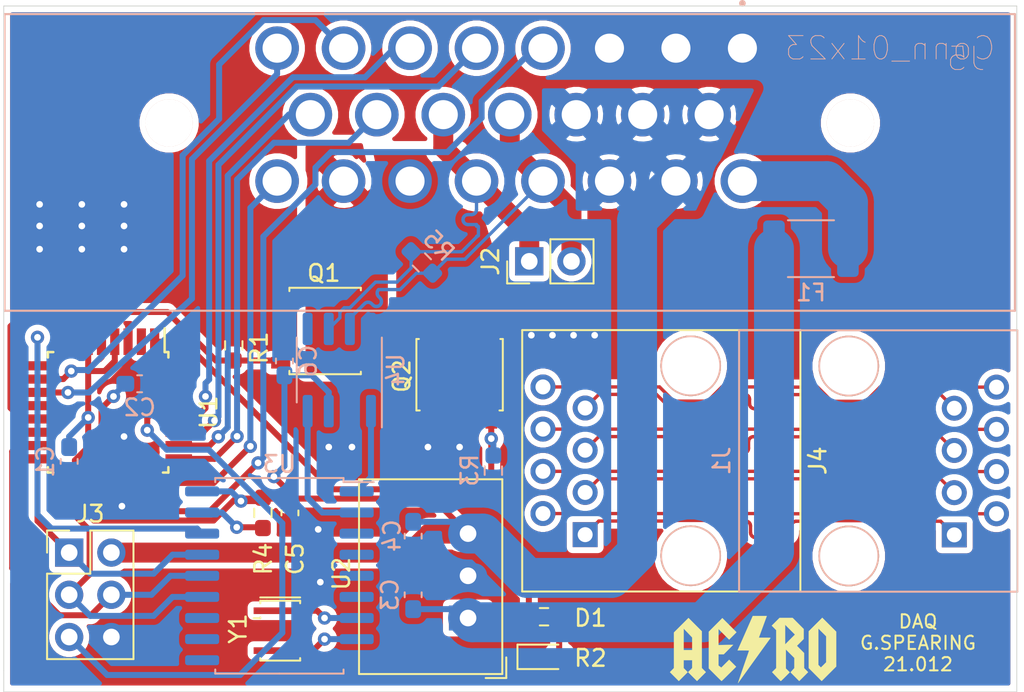
<source format=kicad_pcb>
(kicad_pcb (version 20171130) (host pcbnew 5.1.7-a382d34a8~88~ubuntu18.04.1)
  (layers (0 F.Cu signal) (31 B.Cu signal) (34 B.Paste user) (35 F.Paste user) (36 B.SilkS user) (37 F.SilkS user) (38 B.Mask user) (39 F.Mask user) (44 Edge.Cuts user))
  (net 0 "")
  (net 1 GND)
  (net 2 +5V)
  (net 3 "Net-(C2-Pad1)")
  (net 4 "Net-(C3-Pad1)")
  (net 5 "Net-(D1-Pad2)")
  (net 6 +12V)
  (net 7 /E1_P)
  (net 8 /E1_N)
  (net 9 /E2_P)
  (net 10 /E2_N)
  (net 11 /E3_P)
  (net 12 /E3_N)
  (net 13 /E4_P)
  (net 14 /E4_N)
  (net 15 /RESET)
  (net 16 /MOSI)
  (net 17 /SCK)
  (net 18 /MISO)
  (net 19 /BRAKE_OUT)
  (net 20 /SENSOR_2)
  (net 21 /SENSOR_1)
  (net 22 /DAMPER_R)
  (net 23 /DAMPER_L)
  (net 24 /WHEEL_R)
  (net 25 /WHEEL_L)
  (net 26 /FAN_OUT)
  (net 27 /BRAKE_SIG)
  (net 28 /FAN_SIG)
  (net 29 "Net-(R4-Pad2)")
  (net 30 /CAN_CS)
  (net 31 "Net-(U3-Pad8)")
  (net 32 "Net-(U3-Pad7)")
  (net 33 /CAN_Interface/RXCAN)
  (net 34 /CAN_Interface/TXCAN)
  (net 35 /CAN+)
  (net 36 /CAN-)
  (net 37 /SENSOR_6)
  (net 38 /SENSOR_5)
  (module AERO_CUSTOM:AERO_Logo_10x4mm (layer F.Cu) (at 156.845 109.22)
    (fp_text reference G*** hide)
    (fp_text value LOGO hide)
  )
  (module Package_QFP:TQFP-32_7x7mm_P0.8mm (layer F.Cu) (at 118.042 94.937 270)
    (fp_text reference U1 (at 0 -6.05 90) (layer F.SilkS))
    (fp_text value ATmega328P-AU)
    (pad 32 smd rect (at -2.8 -4.25) (size 1.6 0.55) (layers F.Cu F.Paste F.Mask))
    (pad 31 smd rect (at -2 -4.25) (size 1.6 0.55) (layers F.Cu F.Paste F.Mask))
    (pad 30 smd rect (at -1.2 -4.25) (size 1.6 0.55) (layers F.Cu F.Paste F.Mask))
    (pad 29 smd rect (at -0.4 -4.25) (size 1.6 0.55) (layers F.Cu F.Paste F.Mask) (net 15 /RESET))
    (pad 28 smd rect (at 0.4 -4.25) (size 1.6 0.55) (layers F.Cu F.Paste F.Mask) (net 37 /SENSOR_6))
    (pad 27 smd rect (at 1.2 -4.25) (size 1.6 0.55) (layers F.Cu F.Paste F.Mask) (net 38 /SENSOR_5))
    (pad 26 smd rect (at 2 -4.25) (size 1.6 0.55) (layers F.Cu F.Paste F.Mask) (net 22 /DAMPER_R))
    (pad 25 smd rect (at 2.8 -4.25) (size 1.6 0.55) (layers F.Cu F.Paste F.Mask) (net 23 /DAMPER_L))
    (pad 24 smd rect (at 4.25 -2.8 270) (size 1.6 0.55) (layers F.Cu F.Paste F.Mask) (net 24 /WHEEL_R))
    (pad 23 smd rect (at 4.25 -2 270) (size 1.6 0.55) (layers F.Cu F.Paste F.Mask) (net 25 /WHEEL_L))
    (pad 22 smd rect (at 4.25 -1.2 270) (size 1.6 0.55) (layers F.Cu F.Paste F.Mask))
    (pad 21 smd rect (at 4.25 -0.4 270) (size 1.6 0.55) (layers F.Cu F.Paste F.Mask) (net 1 GND))
    (pad 20 smd rect (at 4.25 0.4 270) (size 1.6 0.55) (layers F.Cu F.Paste F.Mask) (net 3 "Net-(C2-Pad1)"))
    (pad 19 smd rect (at 4.25 1.2 270) (size 1.6 0.55) (layers F.Cu F.Paste F.Mask))
    (pad 18 smd rect (at 4.25 2 270) (size 1.6 0.55) (layers F.Cu F.Paste F.Mask) (net 2 +5V))
    (pad 17 smd rect (at 4.25 2.8 270) (size 1.6 0.55) (layers F.Cu F.Paste F.Mask) (net 17 /SCK))
    (pad 16 smd rect (at 2.8 4.25) (size 1.6 0.55) (layers F.Cu F.Paste F.Mask) (net 18 /MISO))
    (pad 15 smd rect (at 2 4.25) (size 1.6 0.55) (layers F.Cu F.Paste F.Mask) (net 16 /MOSI))
    (pad 14 smd rect (at 1.2 4.25) (size 1.6 0.55) (layers F.Cu F.Paste F.Mask))
    (pad 13 smd rect (at 0.4 4.25) (size 1.6 0.55) (layers F.Cu F.Paste F.Mask) (net 27 /BRAKE_SIG))
    (pad 12 smd rect (at -0.4 4.25) (size 1.6 0.55) (layers F.Cu F.Paste F.Mask))
    (pad 11 smd rect (at -1.2 4.25) (size 1.6 0.55) (layers F.Cu F.Paste F.Mask) (net 20 /SENSOR_2))
    (pad 10 smd rect (at -2 4.25) (size 1.6 0.55) (layers F.Cu F.Paste F.Mask) (net 21 /SENSOR_1))
    (pad 9 smd rect (at -2.8 4.25) (size 1.6 0.55) (layers F.Cu F.Paste F.Mask) (net 30 /CAN_CS))
    (pad 8 smd rect (at -4.25 2.8 270) (size 1.6 0.55) (layers F.Cu F.Paste F.Mask))
    (pad 7 smd rect (at -4.25 2 270) (size 1.6 0.55) (layers F.Cu F.Paste F.Mask))
    (pad 6 smd rect (at -4.25 1.2 270) (size 1.6 0.55) (layers F.Cu F.Paste F.Mask) (net 2 +5V))
    (pad 5 smd rect (at -4.25 0.4 270) (size 1.6 0.55) (layers F.Cu F.Paste F.Mask) (net 1 GND))
    (pad 4 smd rect (at -4.25 -0.4 270) (size 1.6 0.55) (layers F.Cu F.Paste F.Mask) (net 2 +5V))
    (pad 3 smd rect (at -4.25 -1.2 270) (size 1.6 0.55) (layers F.Cu F.Paste F.Mask) (net 1 GND))
    (pad 2 smd rect (at -4.25 -2 270) (size 1.6 0.55) (layers F.Cu F.Paste F.Mask))
    (pad 1 smd rect (at -4.25 -2.8 270) (size 1.6 0.55) (layers F.Cu F.Paste F.Mask) (net 28 /FAN_SIG))
  )
  (module Capacitor_SMD:C_0603_1608Metric_Pad1.08x0.95mm_HandSolder (layer B.Cu) (at 115.697 97.8905 270)
    (fp_text reference C1 (at 0 1.43 90) (layer B.SilkS) (effects (justify mirror)))
    (fp_text value 0.1u)
    (pad 2 smd roundrect (at 0.8625 0 270) (size 1.075 0.95) (layers B.Cu B.Paste B.Mask) (net 1 GND))
    (pad 1 smd roundrect (at -0.8625 0 270) (size 1.075 0.95) (layers B.Cu B.Paste B.Mask) (net 2 +5V))
  )
  (module AERO_CUSTOM:RJ45_TE_5569284-1-8P8CX_Vertical (layer F.Cu) (at 146.7485 102.2985 90)
    (fp_text reference J4 (at 4.45 14 90) (layer F.SilkS))
    (fp_text value RJ45)
    (pad 8 thru_hole circle (at 8.89 -2.54 90) (size 1.5 1.5) (drill 0.9) (layers *.Cu *.Mask) (net 14 /E4_N))
    (pad 7 thru_hole circle (at 7.62 0 90) (size 1.5 1.5) (drill 0.9) (layers *.Cu *.Mask) (net 13 /E4_P))
    (pad 6 thru_hole circle (at 6.35 -2.54 90) (size 1.5 1.5) (drill 0.9) (layers *.Cu *.Mask) (net 12 /E3_N))
    (pad 5 thru_hole circle (at 5.08 0 90) (size 1.5 1.5) (drill 0.9) (layers *.Cu *.Mask) (net 11 /E3_P))
    (pad 4 thru_hole circle (at 3.81 -2.54 90) (size 1.5 1.5) (drill 0.9) (layers *.Cu *.Mask) (net 10 /E2_N))
    (pad 3 thru_hole circle (at 2.54 0 90) (size 1.5 1.5) (drill 0.9) (layers *.Cu *.Mask) (net 9 /E2_P))
    (pad 2 thru_hole circle (at 1.27 -2.54 90) (size 1.5 1.5) (drill 0.9) (layers *.Cu *.Mask) (net 8 /E1_N))
    (pad 1 thru_hole rect (at 0 0 90) (size 1.5 1.5) (drill 0.9) (layers *.Cu *.Mask) (net 7 /E1_P))
    (pad "" np_thru_hole circle (at -1.27 6.35 90) (size 3.65 3.65) (drill 3.45) (layers *.Cu *.SilkS *.Mask))
    (pad "" np_thru_hole circle (at 10.16 6.35 90) (size 3.65 3.65) (drill 3.45) (layers *.Cu *.SilkS *.Mask))
  )
  (module Resistor_SMD:R_0603_1608Metric_Pad0.98x0.95mm_HandSolder (layer F.Cu) (at 127.3556 100.9885 270)
    (fp_text reference R4 (at 2.7705 -0.0254 270) (layer F.SilkS))
    (fp_text value 10K)
    (pad 2 smd roundrect (at 0.9125 0 270) (size 0.975 0.95) (layers F.Cu F.Paste F.Mask) (net 29 "Net-(R4-Pad2)"))
    (pad 1 smd roundrect (at -0.9125 0 270) (size 0.975 0.95) (layers F.Cu F.Paste F.Mask) (net 2 +5V))
  )
  (module AERO_CUSTOM:TE_1-770669-1_23pin_Horizontal (layer B.Cu) (at 156.21 73.025 180)
    (fp_text reference J5 (at -13.462 -0.635) (layer B.SilkS) (effects (font (size 1.4012 1.4012) (thickness 0.05)) (justify mirror)))
    (fp_text value Conn_01x23 (at -8.89 0) (layer B.SilkS) (effects (font (size 1.40221 1.40221) (thickness 0.05)) (justify mirror)))
    (pad 22 thru_hole circle (at 24 -8 180) (size 2.625 2.625) (drill 1.75) (layers *.Cu *.Mask) (net 19 /BRAKE_OUT))
    (pad 21 thru_hole circle (at 20 -8 180) (size 2.625 2.625) (drill 1.75) (layers *.Cu *.Mask) (net 26 /FAN_OUT))
    (pad 20 thru_hole circle (at 16 -8 180) (size 2.625 2.625) (drill 1.75) (layers *.Cu *.Mask) (net 36 /CAN-))
    (pad 19 thru_hole circle (at 12 -8 180) (size 2.625 2.625) (drill 1.75) (layers *.Cu *.Mask) (net 35 /CAN+))
    (pad 18 thru_hole circle (at 8 -8 180) (size 2.625 2.625) (drill 1.75) (layers *.Cu *.Mask) (net 2 +5V))
    (pad 17 thru_hole circle (at 4 -8 180) (size 2.625 2.625) (drill 1.75) (layers *.Cu *.Mask) (net 2 +5V))
    (pad 14 thru_hole circle (at 22 -4 180) (size 2.625 2.625) (drill 1.75) (layers *.Cu *.Mask) (net 23 /DAMPER_L))
    (pad 13 thru_hole circle (at 18 -4 180) (size 2.625 2.625) (drill 1.75) (layers *.Cu *.Mask) (net 36 /CAN-))
    (pad 12 thru_hole circle (at 14 -4 180) (size 2.625 2.625) (drill 1.75) (layers *.Cu *.Mask) (net 35 /CAN+))
    (pad 11 thru_hole circle (at 10 -4 180) (size 2.625 2.625) (drill 1.75) (layers *.Cu *.Mask) (net 2 +5V))
    (pad 10 thru_hole circle (at 6 -4 180) (size 2.625 2.625) (drill 1.75) (layers *.Cu *.Mask) (net 2 +5V))
    (pad 7 thru_hole circle (at 24 0 180) (size 2.625 2.625) (drill 1.75) (layers *.Cu *.Mask) (net 21 /SENSOR_1))
    (pad 6 thru_hole circle (at 20 0 180) (size 2.625 2.625) (drill 1.75) (layers *.Cu *.Mask) (net 37 /SENSOR_6))
    (pad 5 thru_hole circle (at 16 0 180) (size 2.625 2.625) (drill 1.75) (layers *.Cu *.Mask) (net 38 /SENSOR_5))
    (pad 4 thru_hole circle (at 12 0 180) (size 2.625 2.625) (drill 1.75) (layers *.Cu *.Mask) (net 25 /WHEEL_L))
    (pad 3 thru_hole circle (at 8 0 180) (size 2.625 2.625) (drill 1.75) (layers *.Cu *.Mask) (net 1 GND))
    (pad 2 thru_hole circle (at 4 0 180) (size 2.625 2.625) (drill 1.75) (layers *.Cu *.Mask) (net 1 GND))
    (pad 23 thru_hole circle (at 28 -8 180) (size 2.625 2.625) (drill 1.75) (layers *.Cu *.Mask) (net 24 /WHEEL_R))
    (pad 16 thru_hole circle (at 0 -8 180) (size 2.625 2.625) (drill 1.75) (layers *.Cu *.Mask) (net 6 +12V))
    (pad 15 thru_hole circle (at 26 -4 180) (size 2.625 2.625) (drill 1.75) (layers *.Cu *.Mask) (net 22 /DAMPER_R))
    (pad 9 thru_hole circle (at 2 -4 180) (size 2.625 2.625) (drill 1.75) (layers *.Cu *.Mask) (net 2 +5V))
    (pad 8 thru_hole circle (at 28 0 180) (size 2.625 2.625) (drill 1.75) (layers *.Cu *.Mask) (net 20 /SENSOR_2))
    (pad 1 thru_hole rect (at 0 0 180) (size 2.625 2.625) (drill 1.75) (layers *.Cu *.Mask) (net 1 GND))
    (pad Hole np_thru_hole circle (at 34.5 -4.5 180) (size 2.85 2.85) (drill 2.85) (layers *.Cu *.Mask B.SilkS))
    (pad Hole np_thru_hole circle (at -6.5 -4.5 180) (size 2.85 2.85) (drill 2.85) (layers *.Cu *.Mask B.SilkS))
  )
  (module AERO_CUSTOM:RJ45_TE_5569284-1-8P8CX_Vertical (layer B.Cu) (at 168.9608 102.3112 90)
    (fp_text reference J1 (at 4.45 -14 90) (layer B.SilkS) (effects (justify mirror)))
    (fp_text value RJ45)
    (pad "" np_thru_hole circle (at 10.16 -6.35 90) (size 3.65 3.65) (drill 3.45) (layers *.Cu *.SilkS *.Mask))
    (pad "" np_thru_hole circle (at -1.27 -6.35 90) (size 3.65 3.65) (drill 3.45) (layers *.Cu *.SilkS *.Mask))
    (pad 1 thru_hole rect (at 0 0 90) (size 1.5 1.5) (drill 0.9) (layers *.Cu *.Mask) (net 7 /E1_P))
    (pad 2 thru_hole circle (at 1.27 2.54 90) (size 1.5 1.5) (drill 0.9) (layers *.Cu *.Mask) (net 8 /E1_N))
    (pad 3 thru_hole circle (at 2.54 0 90) (size 1.5 1.5) (drill 0.9) (layers *.Cu *.Mask) (net 9 /E2_P))
    (pad 4 thru_hole circle (at 3.81 2.54 90) (size 1.5 1.5) (drill 0.9) (layers *.Cu *.Mask) (net 10 /E2_N))
    (pad 5 thru_hole circle (at 5.08 0 90) (size 1.5 1.5) (drill 0.9) (layers *.Cu *.Mask) (net 11 /E3_P))
    (pad 6 thru_hole circle (at 6.35 2.54 90) (size 1.5 1.5) (drill 0.9) (layers *.Cu *.Mask) (net 12 /E3_N))
    (pad 7 thru_hole circle (at 7.62 0 90) (size 1.5 1.5) (drill 0.9) (layers *.Cu *.Mask) (net 13 /E4_P))
    (pad 8 thru_hole circle (at 8.89 2.54 90) (size 1.5 1.5) (drill 0.9) (layers *.Cu *.Mask) (net 14 /E4_N))
  )
  (module AERO_CUSTOM:Resonator_SMD_muRata_CSTxExxV-3Pin_3.0x1.1mm_HandSoldering (layer F.Cu) (at 128.397 108.077 270)
    (fp_text reference Y1 (at -0.127 2.54 270) (layer F.SilkS))
    (fp_text value 16MHz)
    (pad 3 smd rect (at 1.2 0 270) (size 0.4 3.2) (layers F.Cu F.Paste F.Mask) (net 31 "Net-(U3-Pad8)"))
    (pad 2 smd rect (at 0 0 270) (size 0.4 3.2) (layers F.Cu F.Paste F.Mask) (net 1 GND))
    (pad 1 smd rect (at -1.2 0 270) (size 0.4 3.2) (layers F.Cu F.Paste F.Mask) (net 32 "Net-(U3-Pad7)"))
  )
  (module Package_SO:SOIC-8_3.9x4.9mm_P1.27mm (layer B.Cu) (at 131.953 92.391 90)
    (fp_text reference U4 (at 0 3.4 270) (layer B.SilkS) (effects (justify mirror)))
    (fp_text value MCP2551-I-SN)
    (pad 8 smd roundrect (at 2.475 1.905 90) (size 1.95 0.6) (layers B.Cu B.Paste B.Mask) (net 1 GND))
    (pad 7 smd roundrect (at 2.475 0.635 90) (size 1.95 0.6) (layers B.Cu B.Paste B.Mask) (net 35 /CAN+))
    (pad 6 smd roundrect (at 2.475 -0.635 90) (size 1.95 0.6) (layers B.Cu B.Paste B.Mask) (net 36 /CAN-))
    (pad 5 smd roundrect (at 2.475 -1.905 90) (size 1.95 0.6) (layers B.Cu B.Paste B.Mask))
    (pad 4 smd roundrect (at -2.475 -1.905 90) (size 1.95 0.6) (layers B.Cu B.Paste B.Mask) (net 33 /CAN_Interface/RXCAN))
    (pad 3 smd roundrect (at -2.475 -0.635 90) (size 1.95 0.6) (layers B.Cu B.Paste B.Mask) (net 2 +5V))
    (pad 2 smd roundrect (at -2.475 0.635 90) (size 1.95 0.6) (layers B.Cu B.Paste B.Mask) (net 1 GND))
    (pad 1 smd roundrect (at -2.475 1.905 90) (size 1.95 0.6) (layers B.Cu B.Paste B.Mask) (net 34 /CAN_Interface/TXCAN))
  )
  (module Package_SO:SOIC-18W_7.5x11.6mm_P1.27mm (layer B.Cu) (at 128.348 104.775 180)
    (fp_text reference U3 (at 0 6.72 180) (layer B.SilkS) (effects (justify mirror)))
    (fp_text value MCP2515-xSO)
    (pad 18 smd roundrect (at 4.65 5.08 180) (size 2.05 0.6) (layers B.Cu B.Paste B.Mask) (net 2 +5V))
    (pad 17 smd roundrect (at 4.65 3.81 180) (size 2.05 0.6) (layers B.Cu B.Paste B.Mask) (net 29 "Net-(R4-Pad2)"))
    (pad 16 smd roundrect (at 4.65 2.54 180) (size 2.05 0.6) (layers B.Cu B.Paste B.Mask) (net 30 /CAN_CS))
    (pad 15 smd roundrect (at 4.65 1.27 180) (size 2.05 0.6) (layers B.Cu B.Paste B.Mask) (net 18 /MISO))
    (pad 14 smd roundrect (at 4.65 0 180) (size 2.05 0.6) (layers B.Cu B.Paste B.Mask) (net 16 /MOSI))
    (pad 13 smd roundrect (at 4.65 -1.27 180) (size 2.05 0.6) (layers B.Cu B.Paste B.Mask) (net 17 /SCK))
    (pad 12 smd roundrect (at 4.65 -2.54 180) (size 2.05 0.6) (layers B.Cu B.Paste B.Mask))
    (pad 11 smd roundrect (at 4.65 -3.81 180) (size 2.05 0.6) (layers B.Cu B.Paste B.Mask))
    (pad 10 smd roundrect (at 4.65 -5.08 180) (size 2.05 0.6) (layers B.Cu B.Paste B.Mask))
    (pad 9 smd roundrect (at -4.65 -5.08 180) (size 2.05 0.6) (layers B.Cu B.Paste B.Mask) (net 1 GND))
    (pad 8 smd roundrect (at -4.65 -3.81 180) (size 2.05 0.6) (layers B.Cu B.Paste B.Mask) (net 31 "Net-(U3-Pad8)"))
    (pad 7 smd roundrect (at -4.65 -2.54 180) (size 2.05 0.6) (layers B.Cu B.Paste B.Mask) (net 32 "Net-(U3-Pad7)"))
    (pad 6 smd roundrect (at -4.65 -1.27 180) (size 2.05 0.6) (layers B.Cu B.Paste B.Mask))
    (pad 5 smd roundrect (at -4.65 0 180) (size 2.05 0.6) (layers B.Cu B.Paste B.Mask))
    (pad 4 smd roundrect (at -4.65 1.27 180) (size 2.05 0.6) (layers B.Cu B.Paste B.Mask))
    (pad 3 smd roundrect (at -4.65 2.54 180) (size 2.05 0.6) (layers B.Cu B.Paste B.Mask))
    (pad 2 smd roundrect (at -4.65 3.81 180) (size 2.05 0.6) (layers B.Cu B.Paste B.Mask) (net 33 /CAN_Interface/RXCAN))
    (pad 1 smd roundrect (at -4.65 5.08 180) (size 2.05 0.6) (layers B.Cu B.Paste B.Mask) (net 34 /CAN_Interface/TXCAN))
  )
  (module Converter_DCDC:Converter_DCDC_RECOM_R-78E-0.5_THT (layer F.Cu) (at 139.7 107.315 90)
    (fp_text reference U2 (at 2.667 -7.62 90) (layer F.SilkS))
    (fp_text value R-785.0-1.0)
    (pad 3 thru_hole oval (at 5.08 0 90) (size 1.5 2.3) (drill 1) (layers *.Cu *.Mask) (net 2 +5V))
    (pad 2 thru_hole oval (at 2.54 0 90) (size 1.5 2.3) (drill 1) (layers *.Cu *.Mask) (net 1 GND))
    (pad 1 thru_hole rect (at 0 0 90) (size 1.5 2.3) (drill 1) (layers *.Cu *.Mask) (net 4 "Net-(C3-Pad1)"))
  )
  (module Resistor_SMD:R_0603_1608Metric_Pad0.98x0.95mm_HandSolder (layer B.Cu) (at 136.921165 85.917965 135)
    (fp_text reference R5 (at 0 1.43 135) (layer B.SilkS) (effects (justify mirror)))
    (fp_text value 120)
    (pad 2 smd roundrect (at 0.9125 0 135) (size 0.975 0.95) (layers B.Cu B.Paste B.Mask) (net 36 /CAN-))
    (pad 1 smd roundrect (at -0.9125 0 135) (size 0.975 0.95) (layers B.Cu B.Paste B.Mask) (net 35 /CAN+))
  )
  (module Resistor_SMD:R_0603_1608Metric_Pad0.98x0.95mm_HandSolder (layer B.Cu) (at 141.224 98.4485 270)
    (fp_text reference R3 (at -0.0235 1.43 270) (layer B.SilkS) (effects (justify mirror)))
    (fp_text value 10K)
    (pad 2 smd roundrect (at 0.9125 0 270) (size 0.975 0.95) (layers B.Cu B.Paste B.Mask) (net 1 GND))
    (pad 1 smd roundrect (at -0.9125 0 270) (size 0.975 0.95) (layers B.Cu B.Paste B.Mask) (net 28 /FAN_SIG))
  )
  (module Resistor_SMD:R_0603_1608Metric_Pad0.98x0.95mm_HandSolder (layer F.Cu) (at 144.272 107.2388 180)
    (fp_text reference R2 (at -2.794 -2.4892) (layer F.SilkS))
    (fp_text value 330)
    (pad 2 smd roundrect (at 0.9125 0 180) (size 0.975 0.95) (layers F.Cu F.Paste F.Mask) (net 2 +5V))
    (pad 1 smd roundrect (at -0.9125 0 180) (size 0.975 0.95) (layers F.Cu F.Paste F.Mask) (net 5 "Net-(D1-Pad2)"))
  )
  (module Resistor_SMD:R_0603_1608Metric_Pad0.98x0.95mm_HandSolder (layer F.Cu) (at 125.603 90.9085 90)
    (fp_text reference R1 (at -0.1505 1.524 90) (layer F.SilkS))
    (fp_text value 10K)
    (pad 2 smd roundrect (at 0.9125 0 90) (size 0.975 0.95) (layers F.Cu F.Paste F.Mask) (net 1 GND))
    (pad 1 smd roundrect (at -0.9125 0 90) (size 0.975 0.95) (layers F.Cu F.Paste F.Mask) (net 27 /BRAKE_SIG))
  )
  (module Package_TO_SOT_SMD:LFPAK56 (layer F.Cu) (at 139.192 92.51 90)
    (fp_text reference Q2 (at -0.245 -3.48 90) (layer F.SilkS))
    (fp_text value PSMN5R2-60YL)
    (pad 5 smd custom (at 0.435 0 90) (size 3.3 4.2) (layers F.Cu F.Mask) (net 26 /FAN_OUT) (options (clearance outline) (anchor rect)) (primitives (gr_poly (pts (xy 1.425 -2.35) (xy 2.975 -2.35) (xy 2.975 2.35) (xy 1.425 2.35)) (width 0))))
    (pad 4 smd rect (at -2.835 1.91) (size 0.7 1.15) (layers F.Cu F.Paste F.Mask) (net 28 /FAN_SIG))
    (pad 3 smd rect (at -2.835 0.64) (size 0.7 1.15) (layers F.Cu F.Paste F.Mask) (net 1 GND))
    (pad 1 smd rect (at -2.835 -1.91) (size 0.7 1.15) (layers F.Cu F.Paste F.Mask) (net 1 GND))
    (pad 2 smd rect (at -2.835 -0.64) (size 0.7 1.15) (layers F.Cu F.Paste F.Mask) (net 1 GND))
  )
  (module Package_TO_SOT_SMD:LFPAK56 (layer F.Cu) (at 131.264 90.043)
    (fp_text reference Q1 (at -0.245 -3.48) (layer F.SilkS))
    (fp_text value PSMN5R2-60YL)
    (pad 5 smd custom (at 0.435 0) (size 3.3 4.2) (layers F.Cu F.Mask) (net 19 /BRAKE_OUT) (options (clearance outline) (anchor rect)) (primitives (gr_poly (pts (xy 1.425 -2.35) (xy 2.975 -2.35) (xy 2.975 2.35) (xy 1.425 2.35)) (width 0))))
    (pad 4 smd rect (at -2.835 1.91 270) (size 0.7 1.15) (layers F.Cu F.Paste F.Mask) (net 27 /BRAKE_SIG))
    (pad 3 smd rect (at -2.835 0.64 270) (size 0.7 1.15) (layers F.Cu F.Paste F.Mask) (net 1 GND))
    (pad 1 smd rect (at -2.835 -1.91 270) (size 0.7 1.15) (layers F.Cu F.Paste F.Mask) (net 1 GND))
    (pad 2 smd rect (at -2.835 -0.64 270) (size 0.7 1.15) (layers F.Cu F.Paste F.Mask) (net 1 GND))
  )
  (module Connector_PinHeader_2.54mm:PinHeader_2x03_P2.54mm_Vertical (layer F.Cu) (at 115.697 103.378)
    (fp_text reference J3 (at 1.27 -2.33) (layer F.SilkS))
    (fp_text value Conn_02x03_Odd_Even)
    (pad 6 thru_hole oval (at 2.54 5.08) (size 1.7 1.7) (drill 1) (layers *.Cu *.Mask) (net 1 GND))
    (pad 5 thru_hole oval (at 0 5.08) (size 1.7 1.7) (drill 1) (layers *.Cu *.Mask) (net 15 /RESET))
    (pad 4 thru_hole oval (at 2.54 2.54) (size 1.7 1.7) (drill 1) (layers *.Cu *.Mask) (net 16 /MOSI))
    (pad 3 thru_hole oval (at 0 2.54) (size 1.7 1.7) (drill 1) (layers *.Cu *.Mask) (net 17 /SCK))
    (pad 2 thru_hole oval (at 2.54 0) (size 1.7 1.7) (drill 1) (layers *.Cu *.Mask) (net 2 +5V))
    (pad 1 thru_hole rect (at 0 0) (size 1.7 1.7) (drill 1) (layers *.Cu *.Mask) (net 18 /MISO))
  )
  (module Connector_PinHeader_2.54mm:PinHeader_1x02_P2.54mm_Vertical (layer F.Cu) (at 143.383 85.852 90)
    (fp_text reference J2 (at 0 -2.33 90) (layer F.SilkS))
    (fp_text value Conn_01x02)
    (pad 2 thru_hole oval (at 0 2.54 90) (size 1.7 1.7) (drill 1) (layers *.Cu *.Mask) (net 35 /CAN+))
    (pad 1 thru_hole rect (at 0 0 90) (size 1.7 1.7) (drill 1) (layers *.Cu *.Mask) (net 36 /CAN-))
  )
  (module Fuse:Fuse_1812_4532Metric_Pad1.30x3.40mm_HandSolder (layer B.Cu) (at 160.335 85.09)
    (fp_text reference F1 (at 0 2.65 180) (layer B.SilkS) (effects (justify mirror)))
    (fp_text value MF-MSMF050)
    (pad 2 smd roundrect (at 2.225 0) (size 1.3 3.4) (layers B.Cu B.Paste B.Mask) (roundrect_rratio 0.1923076923076923) (net 6 +12V))
    (pad 1 smd roundrect (at -2.225 0) (size 1.3 3.4) (layers B.Cu B.Paste B.Mask) (roundrect_rratio 0.1923076923076923) (net 4 "Net-(C3-Pad1)"))
  )
  (module LED_SMD:LED_0603_1608Metric_Pad1.05x0.95mm_HandSolder (layer F.Cu) (at 144.3342 109.6518)
    (fp_text reference D1 (at 2.7318 -2.3368) (layer F.SilkS))
    (fp_text value LED)
    (pad 2 smd roundrect (at 0.875 0) (size 1.05 0.95) (layers F.Cu F.Paste F.Mask) (net 5 "Net-(D1-Pad2)"))
    (pad 1 smd roundrect (at -0.875 0) (size 1.05 0.95) (layers F.Cu F.Paste F.Mask) (net 1 GND))
  )
  (module Capacitor_SMD:C_0603_1608Metric_Pad1.08x0.95mm_HandSolder (layer B.Cu) (at 128.651 91.8475 90)
    (fp_text reference C6 (at 0 1.43 90) (layer B.SilkS) (effects (justify mirror)))
    (fp_text value 0.1u)
    (pad 2 smd roundrect (at 0.8625 0 90) (size 1.075 0.95) (layers B.Cu B.Paste B.Mask) (net 1 GND))
    (pad 1 smd roundrect (at -0.8625 0 90) (size 1.075 0.95) (layers B.Cu B.Paste B.Mask) (net 2 +5V))
  )
  (module Capacitor_SMD:C_0603_1608Metric_Pad1.08x0.95mm_HandSolder (layer F.Cu) (at 128.9812 100.9915 270)
    (fp_text reference C5 (at 2.7675 -0.3048 270) (layer F.SilkS))
    (fp_text value 0.1u)
    (pad 2 smd roundrect (at 0.8625 0 270) (size 1.075 0.95) (layers F.Cu F.Paste F.Mask) (net 1 GND))
    (pad 1 smd roundrect (at -0.8625 0 270) (size 1.075 0.95) (layers F.Cu F.Paste F.Mask) (net 2 +5V))
  )
  (module Capacitor_SMD:C_0603_1608Metric_Pad1.08x0.95mm_HandSolder (layer B.Cu) (at 136.398 102.3885 270)
    (fp_text reference C4 (at -0.0265 1.27 270) (layer B.SilkS) (effects (justify mirror)))
    (fp_text value 10u)
    (pad 2 smd roundrect (at 0.8625 0 270) (size 1.075 0.95) (layers B.Cu B.Paste B.Mask) (net 1 GND))
    (pad 1 smd roundrect (at -0.8625 0 270) (size 1.075 0.95) (layers B.Cu B.Paste B.Mask) (net 2 +5V))
  )
  (module Capacitor_SMD:C_0603_1608Metric_Pad1.08x0.95mm_HandSolder (layer B.Cu) (at 136.398 105.918 90)
    (fp_text reference C3 (at 0 -1.397 270) (layer B.SilkS) (effects (justify mirror)))
    (fp_text value 1u)
    (pad 2 smd roundrect (at 0.8625 0 90) (size 1.075 0.95) (layers B.Cu B.Paste B.Mask) (net 1 GND))
    (pad 1 smd roundrect (at -0.8625 0 90) (size 1.075 0.95) (layers B.Cu B.Paste B.Mask) (net 4 "Net-(C3-Pad1)"))
  )
  (module Capacitor_SMD:C_0603_1608Metric_Pad1.08x0.95mm_HandSolder (layer B.Cu) (at 119.9377 93.218)
    (fp_text reference C2 (at 0 1.43) (layer B.SilkS) (effects (justify mirror)))
    (fp_text value 0.1u)
    (pad 2 smd roundrect (at 0.8625 0) (size 1.075 0.95) (layers B.Cu B.Paste B.Mask) (net 1 GND))
    (pad 1 smd roundrect (at -0.8625 0) (size 1.075 0.95) (layers B.Cu B.Paste B.Mask) (net 3 "Net-(C2-Pad1)"))
  )
  (gr_text "DAQ\nG.SPEARING\n21.012" (at 166.7764 108.8136) (layer F.SilkS) (effects (font (size 0.8 0.8) (thickness 0.12))))
  (gr_line (start 111.76 70.485) (end 111.76 71.12) (layer Edge.Cuts) (width 0.05))
  (gr_line (start 172.72 70.485) (end 111.76 70.485) (layer Edge.Cuts) (width 0.05))
  (gr_line (start 172.72 111.76) (end 172.72 70.485) (layer Edge.Cuts) (width 0.05))
  (gr_line (start 111.76 111.76) (end 172.72 111.76) (layer Edge.Cuts) (width 0.05))
  (gr_line (start 111.76 110.49) (end 111.76 111.76) (layer Edge.Cuts) (width 0.05))
  (gr_line (start 111.76 71.12) (end 111.76 110.49) (layer Edge.Cuts) (width 0.05))
  (via (at 130.683 101.981) (size 0.8) (drill 0.4) (layers F.Cu B.Cu) (net 1))
  (via (at 130.81 105.156) (size 0.8) (drill 0.4) (layers F.Cu B.Cu) (net 1))
  (via (at 143.51 90.297) (size 0.8) (drill 0.4) (layers F.Cu B.Cu) (net 1))
  (via (at 144.78 90.297) (size 0.8) (drill 0.4) (layers F.Cu B.Cu) (net 1))
  (via (at 146.05 90.297) (size 0.8) (drill 0.4) (layers F.Cu B.Cu) (net 1))
  (via (at 147.32 90.297) (size 0.8) (drill 0.4) (layers F.Cu B.Cu) (net 1))
  (via (at 139.192 97.028) (size 0.8) (drill 0.4) (layers F.Cu B.Cu) (net 1))
  (via (at 137.287 97.028) (size 0.8) (drill 0.4) (layers F.Cu B.Cu) (net 1))
  (via (at 132.715 97.028) (size 0.8) (drill 0.4) (layers F.Cu B.Cu) (net 1))
  (via (at 131.318 97.028) (size 0.8) (drill 0.4) (layers F.Cu B.Cu) (net 1))
  (via (at 118.872 100.584) (size 0.8) (drill 0.4) (layers F.Cu B.Cu) (net 1))
  (via (at 118.999 96.393) (size 0.8) (drill 0.4) (layers F.Cu B.Cu) (net 1))
  (via (at 116.459 83.723) (size 0.8) (drill 0.4) (layers F.Cu B.Cu) (net 1))
  (via (at 113.919 83.723) (size 0.8) (drill 0.4) (layers F.Cu B.Cu) (net 1))
  (via (at 118.999 82.423) (size 0.8) (drill 0.4) (layers F.Cu B.Cu) (net 1))
  (via (at 116.459 82.423) (size 0.8) (drill 0.4) (layers F.Cu B.Cu) (net 1))
  (via (at 113.919 82.423) (size 0.8) (drill 0.4) (layers F.Cu B.Cu) (net 1))
  (via (at 113.919 85.12) (size 0.8) (drill 0.4) (layers F.Cu B.Cu) (net 1))
  (via (at 116.459 85.12) (size 0.8) (drill 0.4) (layers F.Cu B.Cu) (net 1))
  (via (at 118.999 85.12) (size 0.8) (drill 0.4) (layers F.Cu B.Cu) (net 1))
  (via (at 118.999 83.723) (size 0.8) (drill 0.4) (layers F.Cu B.Cu) (net 1))
  (segment (start 128.651 92.71) (end 130.302 92.71) (width 0.36) (layer B.Cu) (net 2))
  (segment (start 131.318 93.726) (end 131.318 94.866) (width 0.36) (layer B.Cu) (net 2))
  (segment (start 130.302 92.71) (end 131.318 93.726) (width 0.36) (layer B.Cu) (net 2))
  (segment (start 138.991 101.526) (end 139.7 102.235) (width 0.36) (layer B.Cu) (net 2))
  (segment (start 136.398 101.526) (end 138.991 101.526) (width 0.36) (layer B.Cu) (net 2))
  (segment (start 123.698 99.695) (end 125.4506 99.695) (width 0.36) (layer B.Cu) (net 2))
  (via (at 126.0348 100.2792) (size 0.8) (drill 0.4) (layers F.Cu B.Cu) (net 2))
  (segment (start 125.4506 99.695) (end 126.0348 100.2792) (width 0.36) (layer B.Cu) (net 2))
  (segment (start 127.1524 100.2792) (end 127.3556 100.076) (width 0.36) (layer F.Cu) (net 2))
  (segment (start 126.0348 100.2792) (end 127.1524 100.2792) (width 0.36) (layer F.Cu) (net 2))
  (segment (start 128.9282 100.076) (end 128.9812 100.129) (width 0.36) (layer F.Cu) (net 2))
  (segment (start 127.3556 100.076) (end 128.9282 100.076) (width 0.36) (layer F.Cu) (net 2))
  (segment (start 128.9812 100.129) (end 128.9812 99.7712) (width 0.36) (layer F.Cu) (net 2))
  (via (at 128.016 98.806) (size 0.8) (drill 0.4) (layers F.Cu B.Cu) (net 2))
  (segment (start 128.9812 99.7712) (end 128.016 98.806) (width 0.36) (layer F.Cu) (net 2))
  (segment (start 128.651 98.171) (end 128.651 92.71) (width 0.36) (layer B.Cu) (net 2))
  (segment (start 128.016 98.806) (end 128.651 98.171) (width 0.36) (layer B.Cu) (net 2))
  (segment (start 137.594 100.129) (end 139.7 102.235) (width 0.36) (layer F.Cu) (net 2))
  (segment (start 128.9812 100.129) (end 137.594 100.129) (width 0.36) (layer F.Cu) (net 2))
  (segment (start 136.207 103.378) (end 118.237 103.378) (width 1.2) (layer F.Cu) (net 2))
  (segment (start 139.7 102.235) (end 137.35 102.235) (width 1.2) (layer F.Cu) (net 2))
  (segment (start 137.35 102.235) (end 136.207 103.378) (width 1.2) (layer F.Cu) (net 2))
  (segment (start 149.873499 103.364501) (end 148.336 104.902) (width 2.4) (layer B.Cu) (net 2))
  (segment (start 152.21 81.025) (end 149.873499 83.361501) (width 2.4) (layer B.Cu) (net 2))
  (segment (start 149.873499 83.361501) (end 149.873499 103.364501) (width 2.4) (layer B.Cu) (net 2))
  (segment (start 140.600573 102.235) (end 139.7 102.235) (width 2.4) (layer B.Cu) (net 2))
  (segment (start 148.336 104.902) (end 143.267573 104.902) (width 2.4) (layer B.Cu) (net 2))
  (segment (start 143.267573 104.902) (end 140.600573 102.235) (width 2.4) (layer B.Cu) (net 2))
  (segment (start 143.3595 105.8945) (end 139.7 102.235) (width 0.36) (layer F.Cu) (net 2))
  (segment (start 143.3595 107.2388) (end 143.3595 105.8945) (width 0.36) (layer F.Cu) (net 2))
  (segment (start 117.19681 101.44881) (end 116.042 100.294) (width 0.36) (layer F.Cu) (net 2))
  (segment (start 116.042 100.294) (end 116.042 99.187) (width 0.36) (layer F.Cu) (net 2))
  (segment (start 124.387163 101.44881) (end 117.19681 101.44881) (width 0.36) (layer F.Cu) (net 2))
  (segment (start 128.9812 100.129) (end 125.706973 100.129) (width 0.36) (layer F.Cu) (net 2))
  (segment (start 125.706973 100.129) (end 124.387163 101.44881) (width 0.36) (layer F.Cu) (net 2))
  (segment (start 116.042 99.187) (end 116.042 97.826) (width 0.36) (layer F.Cu) (net 2))
  (segment (start 116.842 97.026) (end 116.042 97.826) (width 0.36) (layer F.Cu) (net 2))
  (segment (start 117.835 92.454) (end 116.842 92.454) (width 0.36) (layer F.Cu) (net 2))
  (segment (start 118.442 91.847) (end 117.835 92.454) (width 0.36) (layer F.Cu) (net 2))
  (segment (start 116.842 90.687) (end 116.842 92.454) (width 0.36) (layer F.Cu) (net 2))
  (segment (start 118.442 90.687) (end 118.442 91.847) (width 0.36) (layer F.Cu) (net 2))
  (segment (start 115.697 96.393) (end 116.842 95.248) (width 0.36) (layer B.Cu) (net 2))
  (via (at 116.842 95.248) (size 0.8) (drill 0.4) (layers F.Cu B.Cu) (net 2))
  (segment (start 115.697 97.028) (end 115.697 96.393) (width 0.36) (layer B.Cu) (net 2))
  (segment (start 116.842 92.454) (end 116.842 95.248) (width 0.36) (layer F.Cu) (net 2))
  (segment (start 116.842 95.248) (end 116.842 97.026) (width 0.36) (layer F.Cu) (net 2))
  (segment (start 117.642 99.187) (end 117.642 94.702) (width 0.36) (layer F.Cu) (net 3))
  (via (at 118.364 93.98) (size 0.8) (drill 0.4) (layers F.Cu B.Cu) (net 3))
  (segment (start 117.642 94.702) (end 118.364 93.98) (width 0.36) (layer F.Cu) (net 3))
  (segment (start 118.364 93.9292) (end 119.0752 93.218) (width 0.36) (layer B.Cu) (net 3))
  (segment (start 118.364 93.98) (end 118.364 93.9292) (width 0.36) (layer B.Cu) (net 3))
  (segment (start 139.1655 106.7805) (end 139.7 107.315) (width 0.36) (layer B.Cu) (net 4))
  (segment (start 136.398 106.7805) (end 139.1655 106.7805) (width 0.36) (layer B.Cu) (net 4))
  (segment (start 158.11 103.330002) (end 153.871002 107.569) (width 2.4) (layer B.Cu) (net 4))
  (segment (start 158.11 85.09) (end 158.11 103.330002) (width 2.4) (layer B.Cu) (net 4))
  (segment (start 139.954 107.569) (end 139.7 107.315) (width 2.4) (layer B.Cu) (net 4))
  (segment (start 153.871002 107.569) (end 139.954 107.569) (width 2.4) (layer B.Cu) (net 4))
  (segment (start 145.1845 109.6271) (end 145.2092 109.6518) (width 0.36) (layer F.Cu) (net 5))
  (segment (start 145.1845 107.2388) (end 145.1845 109.6271) (width 0.36) (layer F.Cu) (net 5))
  (segment (start 156.21 81.025) (end 161.289 81.025) (width 2.4) (layer B.Cu) (net 6))
  (segment (start 162.56 82.296) (end 162.56 85.09) (width 2.4) (layer B.Cu) (net 6))
  (segment (start 161.289 81.025) (end 162.56 82.296) (width 2.4) (layer B.Cu) (net 6))
  (segment (start 168.1408 101.4912) (end 168.9608 102.3112) (width 0.2) (layer F.Cu) (net 7))
  (segment (start 163.630801 101.456199) (end 163.665802 101.4912) (width 0.2) (layer F.Cu) (net 7))
  (segment (start 159.4595 101.4912) (end 161.555798 101.4912) (width 0.2) (layer F.Cu) (net 7))
  (segment (start 159.329334 101.520909) (end 159.392743 101.498721) (width 0.2) (layer F.Cu) (net 7))
  (segment (start 159.272453 101.55665) (end 159.329334 101.520909) (width 0.2) (layer F.Cu) (net 7))
  (segment (start 159.22495 101.604153) (end 159.272453 101.55665) (width 0.2) (layer F.Cu) (net 7))
  (segment (start 159.189209 101.661034) (end 159.22495 101.604153) (width 0.2) (layer F.Cu) (net 7))
  (segment (start 159.1595 101.7912) (end 159.167021 101.724443) (width 0.2) (layer F.Cu) (net 7))
  (segment (start 163.665802 101.4912) (end 168.1408 101.4912) (width 0.2) (layer F.Cu) (net 7))
  (segment (start 159.1595 102.184155) (end 159.1595 101.7912) (width 0.2) (layer F.Cu) (net 7))
  (segment (start 159.151978 102.250911) (end 159.1595 102.184155) (width 0.2) (layer F.Cu) (net 7))
  (segment (start 159.12979 102.31432) (end 159.151978 102.250911) (width 0.2) (layer F.Cu) (net 7))
  (segment (start 159.046546 102.418704) (end 159.094049 102.371201) (width 0.2) (layer F.Cu) (net 7))
  (segment (start 158.8595 102.484155) (end 158.926256 102.476633) (width 0.2) (layer F.Cu) (net 7))
  (segment (start 158.926256 102.476633) (end 158.989665 102.454445) (width 0.2) (layer F.Cu) (net 7))
  (segment (start 158.792743 102.476633) (end 158.8595 102.484155) (width 0.2) (layer F.Cu) (net 7))
  (segment (start 158.672453 102.418704) (end 158.729334 102.454445) (width 0.2) (layer F.Cu) (net 7))
  (segment (start 158.62495 102.371201) (end 158.672453 102.418704) (width 0.2) (layer F.Cu) (net 7))
  (segment (start 159.094049 102.371201) (end 159.12979 102.31432) (width 0.2) (layer F.Cu) (net 7))
  (segment (start 158.589209 102.31432) (end 158.62495 102.371201) (width 0.2) (layer F.Cu) (net 7))
  (segment (start 156.212453 101.54395) (end 156.269334 101.508209) (width 0.2) (layer F.Cu) (net 7))
  (segment (start 156.16495 101.591453) (end 156.212453 101.54395) (width 0.2) (layer F.Cu) (net 7))
  (segment (start 156.107021 101.711743) (end 156.129209 101.648334) (width 0.2) (layer F.Cu) (net 7))
  (segment (start 158.494049 101.604153) (end 158.52979 101.661034) (width 0.2) (layer F.Cu) (net 7))
  (segment (start 156.0995 102.171455) (end 156.0995 101.7785) (width 0.2) (layer F.Cu) (net 7))
  (segment (start 155.986546 102.406004) (end 156.034049 102.358501) (width 0.2) (layer F.Cu) (net 7))
  (segment (start 155.929665 102.441745) (end 155.986546 102.406004) (width 0.2) (layer F.Cu) (net 7))
  (segment (start 156.812453 102.406004) (end 156.869334 102.441745) (width 0.2) (layer F.Cu) (net 7))
  (segment (start 155.7995 102.471455) (end 155.866256 102.463933) (width 0.2) (layer F.Cu) (net 7))
  (segment (start 155.669334 102.441745) (end 155.732743 102.463933) (width 0.2) (layer F.Cu) (net 7))
  (segment (start 155.386546 101.54395) (end 155.434049 101.591453) (width 0.2) (layer F.Cu) (net 7))
  (segment (start 155.56495 102.358501) (end 155.612453 102.406004) (width 0.2) (layer F.Cu) (net 7))
  (segment (start 157.2995 102.171455) (end 157.2995 101.7785) (width 0.2) (layer F.Cu) (net 7))
  (segment (start 158.567021 102.250911) (end 158.589209 102.31432) (width 0.2) (layer F.Cu) (net 7))
  (segment (start 155.4995 102.171455) (end 155.507021 102.238211) (width 0.2) (layer F.Cu) (net 7))
  (segment (start 152.078499 101.443499) (end 154.118501 101.443499) (width 0.2) (layer F.Cu) (net 7))
  (segment (start 159.392743 101.498721) (end 159.4595 101.4912) (width 0.2) (layer F.Cu) (net 7))
  (segment (start 156.034049 102.358501) (end 156.06979 102.30162) (width 0.2) (layer F.Cu) (net 7))
  (segment (start 154.118501 101.443499) (end 154.153502 101.4785) (width 0.2) (layer F.Cu) (net 7))
  (segment (start 155.46979 101.648334) (end 155.491978 101.711743) (width 0.2) (layer F.Cu) (net 7))
  (segment (start 157.307021 101.711743) (end 157.329209 101.648334) (width 0.2) (layer F.Cu) (net 7))
  (segment (start 146.7485 102.2985) (end 147.5685 101.4785) (width 0.2) (layer F.Cu) (net 7))
  (segment (start 147.5685 101.4785) (end 152.043498 101.4785) (width 0.2) (layer F.Cu) (net 7))
  (segment (start 158.326256 101.498721) (end 158.389665 101.520909) (width 0.2) (layer F.Cu) (net 7))
  (segment (start 156.269334 101.508209) (end 156.332743 101.486021) (width 0.2) (layer F.Cu) (net 7))
  (segment (start 157.5995 101.4785) (end 158.2468 101.4785) (width 0.2) (layer F.Cu) (net 7))
  (segment (start 158.551978 101.724443) (end 158.5595 101.7912) (width 0.2) (layer F.Cu) (net 7))
  (segment (start 156.06979 102.30162) (end 156.091978 102.238211) (width 0.2) (layer F.Cu) (net 7))
  (segment (start 155.329665 101.508209) (end 155.386546 101.54395) (width 0.2) (layer F.Cu) (net 7))
  (segment (start 156.6995 101.7785) (end 156.6995 102.171455) (width 0.2) (layer F.Cu) (net 7))
  (segment (start 156.129209 101.648334) (end 156.16495 101.591453) (width 0.2) (layer F.Cu) (net 7))
  (segment (start 155.434049 101.591453) (end 155.46979 101.648334) (width 0.2) (layer F.Cu) (net 7))
  (segment (start 155.866256 102.463933) (end 155.929665 102.441745) (width 0.2) (layer F.Cu) (net 7))
  (segment (start 159.167021 101.724443) (end 159.189209 101.661034) (width 0.2) (layer F.Cu) (net 7))
  (segment (start 157.234049 102.358501) (end 157.26979 102.30162) (width 0.2) (layer F.Cu) (net 7))
  (segment (start 156.634049 101.591453) (end 156.66979 101.648334) (width 0.2) (layer F.Cu) (net 7))
  (segment (start 155.732743 102.463933) (end 155.7995 102.471455) (width 0.2) (layer F.Cu) (net 7))
  (segment (start 154.153502 101.4785) (end 155.1995 101.4785) (width 0.2) (layer F.Cu) (net 7))
  (segment (start 158.446546 101.55665) (end 158.494049 101.604153) (width 0.2) (layer F.Cu) (net 7))
  (segment (start 155.1995 101.4785) (end 155.266256 101.486021) (width 0.2) (layer F.Cu) (net 7))
  (segment (start 155.491978 101.711743) (end 155.4995 101.7785) (width 0.2) (layer F.Cu) (net 7))
  (segment (start 158.989665 102.454445) (end 159.046546 102.418704) (width 0.2) (layer F.Cu) (net 7))
  (segment (start 156.332743 101.486021) (end 156.3995 101.4785) (width 0.2) (layer F.Cu) (net 7))
  (segment (start 158.2595 101.4912) (end 158.326256 101.498721) (width 0.2) (layer F.Cu) (net 7))
  (segment (start 155.4995 101.7785) (end 155.4995 102.171455) (width 0.2) (layer F.Cu) (net 7))
  (segment (start 155.507021 102.238211) (end 155.529209 102.30162) (width 0.2) (layer F.Cu) (net 7))
  (segment (start 158.729334 102.454445) (end 158.792743 102.476633) (width 0.2) (layer F.Cu) (net 7))
  (segment (start 156.466256 101.486021) (end 156.529665 101.508209) (width 0.2) (layer F.Cu) (net 7))
  (segment (start 155.612453 102.406004) (end 155.669334 102.441745) (width 0.2) (layer F.Cu) (net 7))
  (segment (start 156.529665 101.508209) (end 156.586546 101.54395) (width 0.2) (layer F.Cu) (net 7))
  (segment (start 156.66979 101.648334) (end 156.691978 101.711743) (width 0.2) (layer F.Cu) (net 7))
  (segment (start 161.555798 101.4912) (end 161.590799 101.456199) (width 0.2) (layer F.Cu) (net 7))
  (segment (start 156.586546 101.54395) (end 156.634049 101.591453) (width 0.2) (layer F.Cu) (net 7))
  (segment (start 155.529209 102.30162) (end 155.56495 102.358501) (width 0.2) (layer F.Cu) (net 7))
  (segment (start 158.5595 101.7912) (end 158.5595 102.184155) (width 0.2) (layer F.Cu) (net 7))
  (segment (start 156.691978 101.711743) (end 156.6995 101.7785) (width 0.2) (layer F.Cu) (net 7))
  (segment (start 157.329209 101.648334) (end 157.36495 101.591453) (width 0.2) (layer F.Cu) (net 7))
  (segment (start 156.091978 102.238211) (end 156.0995 102.171455) (width 0.2) (layer F.Cu) (net 7))
  (segment (start 152.043498 101.4785) (end 152.078499 101.443499) (width 0.2) (layer F.Cu) (net 7))
  (segment (start 156.6995 102.171455) (end 156.707021 102.238211) (width 0.2) (layer F.Cu) (net 7))
  (segment (start 161.590799 101.456199) (end 163.630801 101.456199) (width 0.2) (layer F.Cu) (net 7))
  (segment (start 156.707021 102.238211) (end 156.729209 102.30162) (width 0.2) (layer F.Cu) (net 7))
  (segment (start 156.729209 102.30162) (end 156.76495 102.358501) (width 0.2) (layer F.Cu) (net 7))
  (segment (start 156.76495 102.358501) (end 156.812453 102.406004) (width 0.2) (layer F.Cu) (net 7))
  (segment (start 156.869334 102.441745) (end 156.932743 102.463933) (width 0.2) (layer F.Cu) (net 7))
  (segment (start 156.0995 101.7785) (end 156.107021 101.711743) (width 0.2) (layer F.Cu) (net 7))
  (segment (start 156.932743 102.463933) (end 156.9995 102.471455) (width 0.2) (layer F.Cu) (net 7))
  (segment (start 156.9995 102.471455) (end 157.066256 102.463933) (width 0.2) (layer F.Cu) (net 7))
  (segment (start 157.129665 102.441745) (end 157.186546 102.406004) (width 0.2) (layer F.Cu) (net 7))
  (segment (start 157.186546 102.406004) (end 157.234049 102.358501) (width 0.2) (layer F.Cu) (net 7))
  (segment (start 157.26979 102.30162) (end 157.291978 102.238211) (width 0.2) (layer F.Cu) (net 7))
  (segment (start 157.291978 102.238211) (end 157.2995 102.171455) (width 0.2) (layer F.Cu) (net 7))
  (segment (start 156.3995 101.4785) (end 156.466256 101.486021) (width 0.2) (layer F.Cu) (net 7))
  (segment (start 157.2995 101.7785) (end 157.307021 101.711743) (width 0.2) (layer F.Cu) (net 7))
  (segment (start 157.36495 101.591453) (end 157.412453 101.54395) (width 0.2) (layer F.Cu) (net 7))
  (segment (start 155.266256 101.486021) (end 155.329665 101.508209) (width 0.2) (layer F.Cu) (net 7))
  (segment (start 157.412453 101.54395) (end 157.469334 101.508209) (width 0.2) (layer F.Cu) (net 7))
  (segment (start 158.5595 102.184155) (end 158.567021 102.250911) (width 0.2) (layer F.Cu) (net 7))
  (segment (start 157.469334 101.508209) (end 157.532743 101.486021) (width 0.2) (layer F.Cu) (net 7))
  (segment (start 157.532743 101.486021) (end 157.5995 101.4785) (width 0.2) (layer F.Cu) (net 7))
  (segment (start 157.066256 102.463933) (end 157.129665 102.441745) (width 0.2) (layer F.Cu) (net 7))
  (segment (start 158.389665 101.520909) (end 158.446546 101.55665) (width 0.2) (layer F.Cu) (net 7))
  (segment (start 158.2468 101.4785) (end 158.2595 101.4912) (width 0.2) (layer F.Cu) (net 7))
  (segment (start 158.52979 101.661034) (end 158.551978 101.724443) (width 0.2) (layer F.Cu) (net 7))
  (segment (start 161.404407 101.006208) (end 161.369415 101.0412) (width 0.2) (layer F.Cu) (net 8))
  (segment (start 161.369415 101.0412) (end 158.4459 101.0412) (width 0.2) (layer F.Cu) (net 8))
  (segment (start 163.817193 101.006208) (end 161.404407 101.006208) (width 0.2) (layer F.Cu) (net 8))
  (segment (start 171.5008 101.0412) (end 163.852185 101.0412) (width 0.2) (layer F.Cu) (net 8))
  (segment (start 163.852185 101.0412) (end 163.817193 101.006208) (width 0.2) (layer F.Cu) (net 8))
  (segment (start 158.4332 101.0285) (end 158.4459 101.0412) (width 0.2) (layer F.Cu) (net 8))
  (segment (start 154.339885 101.0285) (end 158.4332 101.0285) (width 0.2) (layer F.Cu) (net 8))
  (segment (start 154.304893 100.993508) (end 154.339885 101.0285) (width 0.2) (layer F.Cu) (net 8))
  (segment (start 151.892107 100.993508) (end 154.304893 100.993508) (width 0.2) (layer F.Cu) (net 8))
  (segment (start 151.857115 101.0285) (end 151.892107 100.993508) (width 0.2) (layer F.Cu) (net 8))
  (segment (start 144.2085 101.0285) (end 151.857115 101.0285) (width 0.2) (layer F.Cu) (net 8))
  (segment (start 147.5685 98.9385) (end 146.7485 99.7585) (width 0.2) (layer F.Cu) (net 9))
  (segment (start 152.16 98.9385) (end 147.5685 98.9385) (width 0.2) (layer F.Cu) (net 9))
  (segment (start 152.226756 98.946022) (end 152.16 98.9385) (width 0.2) (layer F.Cu) (net 9))
  (segment (start 152.290165 98.96821) (end 152.226756 98.946022) (width 0.2) (layer F.Cu) (net 9))
  (segment (start 152.347046 99.003951) (end 152.290165 98.96821) (width 0.2) (layer F.Cu) (net 9))
  (segment (start 152.452478 99.171744) (end 152.43029 99.108335) (width 0.2) (layer F.Cu) (net 9))
  (segment (start 152.46 99.631457) (end 152.46 99.2385) (width 0.2) (layer F.Cu) (net 9))
  (segment (start 152.467521 99.698214) (end 152.46 99.631457) (width 0.2) (layer F.Cu) (net 9))
  (segment (start 152.489709 99.761623) (end 152.467521 99.698214) (width 0.2) (layer F.Cu) (net 9))
  (segment (start 152.52545 99.818504) (end 152.489709 99.761623) (width 0.2) (layer F.Cu) (net 9))
  (segment (start 152.572953 99.866007) (end 152.52545 99.818504) (width 0.2) (layer F.Cu) (net 9))
  (segment (start 152.629834 99.901748) (end 152.572953 99.866007) (width 0.2) (layer F.Cu) (net 9))
  (segment (start 152.826756 99.923936) (end 152.76 99.931457) (width 0.2) (layer F.Cu) (net 9))
  (segment (start 154.493243 98.946022) (end 154.429834 98.96821) (width 0.2) (layer F.Cu) (net 9))
  (segment (start 154.289709 99.108335) (end 154.267521 99.171744) (width 0.2) (layer F.Cu) (net 9))
  (segment (start 152.43029 99.108335) (end 152.394549 99.051454) (width 0.2) (layer F.Cu) (net 9))
  (segment (start 154.83029 99.108335) (end 154.794549 99.051454) (width 0.2) (layer F.Cu) (net 9))
  (segment (start 155.572953 99.003951) (end 155.52545 99.051454) (width 0.2) (layer F.Cu) (net 9))
  (segment (start 154.852478 99.171744) (end 154.83029 99.108335) (width 0.2) (layer F.Cu) (net 9))
  (segment (start 154.56 98.9385) (end 154.493243 98.946022) (width 0.2) (layer F.Cu) (net 9))
  (segment (start 153.72545 99.818504) (end 153.689709 99.761623) (width 0.2) (layer F.Cu) (net 9))
  (segment (start 154.626756 98.946022) (end 154.56 98.9385) (width 0.2) (layer F.Cu) (net 9))
  (segment (start 154.194549 99.818504) (end 154.147046 99.866007) (width 0.2) (layer F.Cu) (net 9))
  (segment (start 154.867521 99.698214) (end 154.86 99.631457) (width 0.2) (layer F.Cu) (net 9))
  (segment (start 153.490165 98.96821) (end 153.426756 98.946022) (width 0.2) (layer F.Cu) (net 9))
  (segment (start 154.92545 99.818504) (end 154.889709 99.761623) (width 0.2) (layer F.Cu) (net 9))
  (segment (start 154.972953 99.866007) (end 154.92545 99.818504) (width 0.2) (layer F.Cu) (net 9))
  (segment (start 154.690165 98.96821) (end 154.626756 98.946022) (width 0.2) (layer F.Cu) (net 9))
  (segment (start 155.290165 99.901748) (end 155.226756 99.923936) (width 0.2) (layer F.Cu) (net 9))
  (segment (start 153.293243 98.946022) (end 153.229834 98.96821) (width 0.2) (layer F.Cu) (net 9))
  (segment (start 154.889709 99.761623) (end 154.867521 99.698214) (width 0.2) (layer F.Cu) (net 9))
  (segment (start 153.652478 99.171744) (end 153.63029 99.108335) (width 0.2) (layer F.Cu) (net 9))
  (segment (start 155.76 98.9385) (end 155.693243 98.946022) (width 0.2) (layer F.Cu) (net 9))
  (segment (start 162.633 98.9512) (end 162.6203 98.9385) (width 0.2) (layer F.Cu) (net 9))
  (segment (start 154.86 99.2385) (end 154.852478 99.171744) (width 0.2) (layer F.Cu) (net 9))
  (segment (start 154.267521 99.171744) (end 154.26 99.2385) (width 0.2) (layer F.Cu) (net 9))
  (segment (start 152.394549 99.051454) (end 152.347046 99.003951) (width 0.2) (layer F.Cu) (net 9))
  (segment (start 155.16 99.931457) (end 155.093243 99.923936) (width 0.2) (layer F.Cu) (net 9))
  (segment (start 155.093243 99.923936) (end 155.029834 99.901748) (width 0.2) (layer F.Cu) (net 9))
  (segment (start 153.067521 99.171744) (end 153.06 99.2385) (width 0.2) (layer F.Cu) (net 9))
  (segment (start 153.03029 99.761623) (end 152.994549 99.818504) (width 0.2) (layer F.Cu) (net 9))
  (segment (start 155.347046 99.866007) (end 155.290165 99.901748) (width 0.2) (layer F.Cu) (net 9))
  (segment (start 153.06 99.631457) (end 153.052478 99.698214) (width 0.2) (layer F.Cu) (net 9))
  (segment (start 152.76 99.931457) (end 152.693243 99.923936) (width 0.2) (layer F.Cu) (net 9))
  (segment (start 155.029834 99.901748) (end 154.972953 99.866007) (width 0.2) (layer F.Cu) (net 9))
  (segment (start 155.489709 99.108335) (end 155.467521 99.171744) (width 0.2) (layer F.Cu) (net 9))
  (segment (start 155.43029 99.761623) (end 155.394549 99.818504) (width 0.2) (layer F.Cu) (net 9))
  (segment (start 154.32545 99.051454) (end 154.289709 99.108335) (width 0.2) (layer F.Cu) (net 9))
  (segment (start 153.893243 99.923936) (end 153.829834 99.901748) (width 0.2) (layer F.Cu) (net 9))
  (segment (start 153.06 99.2385) (end 153.06 99.631457) (width 0.2) (layer F.Cu) (net 9))
  (segment (start 168.1408 98.9512) (end 162.633 98.9512) (width 0.2) (layer F.Cu) (net 9))
  (segment (start 155.693243 98.946022) (end 155.629834 98.96821) (width 0.2) (layer F.Cu) (net 9))
  (segment (start 152.890165 99.901748) (end 152.826756 99.923936) (width 0.2) (layer F.Cu) (net 9))
  (segment (start 162.6203 98.9385) (end 155.76 98.9385) (width 0.2) (layer F.Cu) (net 9))
  (segment (start 155.52545 99.051454) (end 155.489709 99.108335) (width 0.2) (layer F.Cu) (net 9))
  (segment (start 152.693243 99.923936) (end 152.629834 99.901748) (width 0.2) (layer F.Cu) (net 9))
  (segment (start 155.467521 99.171744) (end 155.46 99.2385) (width 0.2) (layer F.Cu) (net 9))
  (segment (start 154.26 99.631457) (end 154.252478 99.698214) (width 0.2) (layer F.Cu) (net 9))
  (segment (start 153.12545 99.051454) (end 153.089709 99.108335) (width 0.2) (layer F.Cu) (net 9))
  (segment (start 155.46 99.631457) (end 155.452478 99.698214) (width 0.2) (layer F.Cu) (net 9))
  (segment (start 168.9608 99.7712) (end 168.1408 98.9512) (width 0.2) (layer F.Cu) (net 9))
  (segment (start 155.452478 99.698214) (end 155.43029 99.761623) (width 0.2) (layer F.Cu) (net 9))
  (segment (start 155.46 99.2385) (end 155.46 99.631457) (width 0.2) (layer F.Cu) (net 9))
  (segment (start 152.947046 99.866007) (end 152.890165 99.901748) (width 0.2) (layer F.Cu) (net 9))
  (segment (start 154.429834 98.96821) (end 154.372953 99.003951) (width 0.2) (layer F.Cu) (net 9))
  (segment (start 152.46 99.2385) (end 152.452478 99.171744) (width 0.2) (layer F.Cu) (net 9))
  (segment (start 153.66 99.2385) (end 153.652478 99.171744) (width 0.2) (layer F.Cu) (net 9))
  (segment (start 154.372953 99.003951) (end 154.32545 99.051454) (width 0.2) (layer F.Cu) (net 9))
  (segment (start 153.052478 99.698214) (end 153.03029 99.761623) (width 0.2) (layer F.Cu) (net 9))
  (segment (start 154.26 99.2385) (end 154.26 99.631457) (width 0.2) (layer F.Cu) (net 9))
  (segment (start 154.252478 99.698214) (end 154.23029 99.761623) (width 0.2) (layer F.Cu) (net 9))
  (segment (start 154.23029 99.761623) (end 154.194549 99.818504) (width 0.2) (layer F.Cu) (net 9))
  (segment (start 153.594549 99.051454) (end 153.547046 99.003951) (width 0.2) (layer F.Cu) (net 9))
  (segment (start 154.147046 99.866007) (end 154.090165 99.901748) (width 0.2) (layer F.Cu) (net 9))
  (segment (start 153.667521 99.698214) (end 153.66 99.631457) (width 0.2) (layer F.Cu) (net 9))
  (segment (start 154.026756 99.923936) (end 153.96 99.931457) (width 0.2) (layer F.Cu) (net 9))
  (segment (start 153.96 99.931457) (end 153.893243 99.923936) (width 0.2) (layer F.Cu) (net 9))
  (segment (start 153.829834 99.901748) (end 153.772953 99.866007) (width 0.2) (layer F.Cu) (net 9))
  (segment (start 153.772953 99.866007) (end 153.72545 99.818504) (width 0.2) (layer F.Cu) (net 9))
  (segment (start 153.689709 99.761623) (end 153.667521 99.698214) (width 0.2) (layer F.Cu) (net 9))
  (segment (start 154.747046 99.003951) (end 154.690165 98.96821) (width 0.2) (layer F.Cu) (net 9))
  (segment (start 153.66 99.631457) (end 153.66 99.2385) (width 0.2) (layer F.Cu) (net 9))
  (segment (start 153.63029 99.108335) (end 153.594549 99.051454) (width 0.2) (layer F.Cu) (net 9))
  (segment (start 153.547046 99.003951) (end 153.490165 98.96821) (width 0.2) (layer F.Cu) (net 9))
  (segment (start 155.629834 98.96821) (end 155.572953 99.003951) (width 0.2) (layer F.Cu) (net 9))
  (segment (start 153.426756 98.946022) (end 153.36 98.9385) (width 0.2) (layer F.Cu) (net 9))
  (segment (start 154.090165 99.901748) (end 154.026756 99.923936) (width 0.2) (layer F.Cu) (net 9))
  (segment (start 153.36 98.9385) (end 153.293243 98.946022) (width 0.2) (layer F.Cu) (net 9))
  (segment (start 154.86 99.631457) (end 154.86 99.2385) (width 0.2) (layer F.Cu) (net 9))
  (segment (start 153.229834 98.96821) (end 153.172953 99.003951) (width 0.2) (layer F.Cu) (net 9))
  (segment (start 153.172953 99.003951) (end 153.12545 99.051454) (width 0.2) (layer F.Cu) (net 9))
  (segment (start 154.794549 99.051454) (end 154.747046 99.003951) (width 0.2) (layer F.Cu) (net 9))
  (segment (start 153.089709 99.108335) (end 153.067521 99.171744) (width 0.2) (layer F.Cu) (net 9))
  (segment (start 155.226756 99.923936) (end 155.16 99.931457) (width 0.2) (layer F.Cu) (net 9))
  (segment (start 155.394549 99.818504) (end 155.347046 99.866007) (width 0.2) (layer F.Cu) (net 9))
  (segment (start 152.994549 99.818504) (end 152.947046 99.866007) (width 0.2) (layer F.Cu) (net 9))
  (segment (start 147.5685 98.4885) (end 144.2085 98.4885) (width 0.2) (layer F.Cu) (net 10))
  (segment (start 171.5008 98.5012) (end 162.8194 98.5012) (width 0.2) (layer F.Cu) (net 10))
  (segment (start 162.8194 98.5012) (end 162.8067 98.4885) (width 0.2) (layer F.Cu) (net 10))
  (segment (start 162.8067 98.4885) (end 147.5685 98.4885) (width 0.2) (layer F.Cu) (net 10))
  (segment (start 147.5685 96.3985) (end 146.7485 97.2185) (width 0.2) (layer F.Cu) (net 11))
  (segment (start 154.4803 96.3985) (end 147.5685 96.3985) (width 0.2) (layer F.Cu) (net 11))
  (segment (start 154.714849 96.511454) (end 154.667346 96.463951) (width 0.2) (layer F.Cu) (net 11))
  (segment (start 154.75059 96.568335) (end 154.714849 96.511454) (width 0.2) (layer F.Cu) (net 11))
  (segment (start 154.610465 96.42821) (end 154.547056 96.406022) (width 0.2) (layer F.Cu) (net 11))
  (segment (start 154.772778 96.631744) (end 154.75059 96.568335) (width 0.2) (layer F.Cu) (net 11))
  (segment (start 154.7803 96.6985) (end 154.772778 96.631744) (width 0.2) (layer F.Cu) (net 11))
  (segment (start 154.7803 97.091457) (end 154.7803 96.6985) (width 0.2) (layer F.Cu) (net 11))
  (segment (start 154.787821 97.158214) (end 154.7803 97.091457) (width 0.2) (layer F.Cu) (net 11))
  (segment (start 154.810009 97.221623) (end 154.787821 97.158214) (width 0.2) (layer F.Cu) (net 11))
  (segment (start 154.950134 97.361748) (end 154.893253 97.326007) (width 0.2) (layer F.Cu) (net 11))
  (segment (start 155.0803 97.391457) (end 155.013543 97.383936) (width 0.2) (layer F.Cu) (net 11))
  (segment (start 157.84575 96.511454) (end 157.810009 96.568335) (width 0.2) (layer F.Cu) (net 11))
  (segment (start 154.893253 97.326007) (end 154.84575 97.278504) (width 0.2) (layer F.Cu) (net 11))
  (segment (start 155.9803 97.091457) (end 155.9803 96.6985) (width 0.2) (layer F.Cu) (net 11))
  (segment (start 155.410009 96.568335) (end 155.387821 96.631744) (width 0.2) (layer F.Cu) (net 11))
  (segment (start 157.15059 96.568335) (end 157.114849 96.511454) (width 0.2) (layer F.Cu) (net 11))
  (segment (start 155.493253 96.463951) (end 155.44575 96.511454) (width 0.2) (layer F.Cu) (net 11))
  (segment (start 154.547056 96.406022) (end 154.4803 96.3985) (width 0.2) (layer F.Cu) (net 11))
  (segment (start 157.350134 97.361748) (end 157.293253 97.326007) (width 0.2) (layer F.Cu) (net 11))
  (segment (start 157.547056 97.383936) (end 157.4803 97.391457) (width 0.2) (layer F.Cu) (net 11))
  (segment (start 156.514849 97.278504) (end 156.467346 97.326007) (width 0.2) (layer F.Cu) (net 11))
  (segment (start 157.610465 97.361748) (end 157.547056 97.383936) (width 0.2) (layer F.Cu) (net 11))
  (segment (start 158.093 96.4112) (end 158.0803 96.3985) (width 0.2) (layer F.Cu) (net 11))
  (segment (start 157.950134 96.42821) (end 157.893253 96.463951) (width 0.2) (layer F.Cu) (net 11))
  (segment (start 157.772778 97.158214) (end 157.75059 97.221623) (width 0.2) (layer F.Cu) (net 11))
  (segment (start 157.293253 97.326007) (end 157.24575 97.278504) (width 0.2) (layer F.Cu) (net 11))
  (segment (start 157.75059 97.221623) (end 157.714849 97.278504) (width 0.2) (layer F.Cu) (net 11))
  (segment (start 157.210009 97.221623) (end 157.187821 97.158214) (width 0.2) (layer F.Cu) (net 11))
  (segment (start 157.714849 97.278504) (end 157.667346 97.326007) (width 0.2) (layer F.Cu) (net 11))
  (segment (start 168.9608 97.2312) (end 168.1408 96.4112) (width 0.2) (layer F.Cu) (net 11))
  (segment (start 158.0803 96.3985) (end 158.013543 96.406022) (width 0.2) (layer F.Cu) (net 11))
  (segment (start 156.750134 96.42821) (end 156.693253 96.463951) (width 0.2) (layer F.Cu) (net 11))
  (segment (start 157.187821 97.158214) (end 157.1803 97.091457) (width 0.2) (layer F.Cu) (net 11))
  (segment (start 168.1408 96.4112) (end 158.093 96.4112) (width 0.2) (layer F.Cu) (net 11))
  (segment (start 157.24575 97.278504) (end 157.210009 97.221623) (width 0.2) (layer F.Cu) (net 11))
  (segment (start 155.747056 96.406022) (end 155.6803 96.3985) (width 0.2) (layer F.Cu) (net 11))
  (segment (start 154.667346 96.463951) (end 154.610465 96.42821) (width 0.2) (layer F.Cu) (net 11))
  (segment (start 157.010465 96.42821) (end 156.947056 96.406022) (width 0.2) (layer F.Cu) (net 11))
  (segment (start 157.413543 97.383936) (end 157.350134 97.361748) (width 0.2) (layer F.Cu) (net 11))
  (segment (start 156.5803 97.091457) (end 156.572778 97.158214) (width 0.2) (layer F.Cu) (net 11))
  (segment (start 156.8803 96.3985) (end 156.813543 96.406022) (width 0.2) (layer F.Cu) (net 11))
  (segment (start 156.150134 97.361748) (end 156.093253 97.326007) (width 0.2) (layer F.Cu) (net 11))
  (segment (start 157.4803 97.391457) (end 157.413543 97.383936) (width 0.2) (layer F.Cu) (net 11))
  (segment (start 155.013543 97.383936) (end 154.950134 97.361748) (width 0.2) (layer F.Cu) (net 11))
  (segment (start 157.667346 97.326007) (end 157.610465 97.361748) (width 0.2) (layer F.Cu) (net 11))
  (segment (start 157.893253 96.463951) (end 157.84575 96.511454) (width 0.2) (layer F.Cu) (net 11))
  (segment (start 157.810009 96.568335) (end 157.787821 96.631744) (width 0.2) (layer F.Cu) (net 11))
  (segment (start 156.947056 96.406022) (end 156.8803 96.3985) (width 0.2) (layer F.Cu) (net 11))
  (segment (start 157.7803 96.6985) (end 157.7803 97.091457) (width 0.2) (layer F.Cu) (net 11))
  (segment (start 157.1803 96.6985) (end 157.172778 96.631744) (width 0.2) (layer F.Cu) (net 11))
  (segment (start 156.693253 96.463951) (end 156.64575 96.511454) (width 0.2) (layer F.Cu) (net 11))
  (segment (start 156.64575 96.511454) (end 156.610009 96.568335) (width 0.2) (layer F.Cu) (net 11))
  (segment (start 156.813543 96.406022) (end 156.750134 96.42821) (width 0.2) (layer F.Cu) (net 11))
  (segment (start 156.610009 96.568335) (end 156.587821 96.631744) (width 0.2) (layer F.Cu) (net 11))
  (segment (start 156.587821 96.631744) (end 156.5803 96.6985) (width 0.2) (layer F.Cu) (net 11))
  (segment (start 156.5803 96.6985) (end 156.5803 97.091457) (width 0.2) (layer F.Cu) (net 11))
  (segment (start 156.410465 97.361748) (end 156.347056 97.383936) (width 0.2) (layer F.Cu) (net 11))
  (segment (start 155.267346 97.326007) (end 155.210465 97.361748) (width 0.2) (layer F.Cu) (net 11))
  (segment (start 155.550134 96.42821) (end 155.493253 96.463951) (width 0.2) (layer F.Cu) (net 11))
  (segment (start 155.987821 97.158214) (end 155.9803 97.091457) (width 0.2) (layer F.Cu) (net 11))
  (segment (start 156.572778 97.158214) (end 156.55059 97.221623) (width 0.2) (layer F.Cu) (net 11))
  (segment (start 155.810465 96.42821) (end 155.747056 96.406022) (width 0.2) (layer F.Cu) (net 11))
  (segment (start 157.7803 97.091457) (end 157.772778 97.158214) (width 0.2) (layer F.Cu) (net 11))
  (segment (start 156.467346 97.326007) (end 156.410465 97.361748) (width 0.2) (layer F.Cu) (net 11))
  (segment (start 155.6803 96.3985) (end 155.613543 96.406022) (width 0.2) (layer F.Cu) (net 11))
  (segment (start 155.3803 97.091457) (end 155.372778 97.158214) (width 0.2) (layer F.Cu) (net 11))
  (segment (start 156.093253 97.326007) (end 156.04575 97.278504) (width 0.2) (layer F.Cu) (net 11))
  (segment (start 156.04575 97.278504) (end 156.010009 97.221623) (width 0.2) (layer F.Cu) (net 11))
  (segment (start 156.010009 97.221623) (end 155.987821 97.158214) (width 0.2) (layer F.Cu) (net 11))
  (segment (start 157.787821 96.631744) (end 157.7803 96.6985) (width 0.2) (layer F.Cu) (net 11))
  (segment (start 155.972778 96.631744) (end 155.95059 96.568335) (width 0.2) (layer F.Cu) (net 11))
  (segment (start 156.2803 97.391457) (end 156.213543 97.383936) (width 0.2) (layer F.Cu) (net 11))
  (segment (start 155.9803 96.6985) (end 155.972778 96.631744) (width 0.2) (layer F.Cu) (net 11))
  (segment (start 157.067346 96.463951) (end 157.010465 96.42821) (width 0.2) (layer F.Cu) (net 11))
  (segment (start 158.013543 96.406022) (end 157.950134 96.42821) (width 0.2) (layer F.Cu) (net 11))
  (segment (start 155.914849 96.511454) (end 155.867346 96.463951) (width 0.2) (layer F.Cu) (net 11))
  (segment (start 157.1803 97.091457) (end 157.1803 96.6985) (width 0.2) (layer F.Cu) (net 11))
  (segment (start 157.114849 96.511454) (end 157.067346 96.463951) (width 0.2) (layer F.Cu) (net 11))
  (segment (start 155.147056 97.383936) (end 155.0803 97.391457) (width 0.2) (layer F.Cu) (net 11))
  (segment (start 155.95059 96.568335) (end 155.914849 96.511454) (width 0.2) (layer F.Cu) (net 11))
  (segment (start 155.867346 96.463951) (end 155.810465 96.42821) (width 0.2) (layer F.Cu) (net 11))
  (segment (start 155.314849 97.278504) (end 155.267346 97.326007) (width 0.2) (layer F.Cu) (net 11))
  (segment (start 154.84575 97.278504) (end 154.810009 97.221623) (width 0.2) (layer F.Cu) (net 11))
  (segment (start 156.347056 97.383936) (end 156.2803 97.391457) (width 0.2) (layer F.Cu) (net 11))
  (segment (start 155.613543 96.406022) (end 155.550134 96.42821) (width 0.2) (layer F.Cu) (net 11))
  (segment (start 155.44575 96.511454) (end 155.410009 96.568335) (width 0.2) (layer F.Cu) (net 11))
  (segment (start 155.387821 96.631744) (end 155.3803 96.6985) (width 0.2) (layer F.Cu) (net 11))
  (segment (start 156.55059 97.221623) (end 156.514849 97.278504) (width 0.2) (layer F.Cu) (net 11))
  (segment (start 155.3803 96.6985) (end 155.3803 97.091457) (width 0.2) (layer F.Cu) (net 11))
  (segment (start 157.172778 96.631744) (end 157.15059 96.568335) (width 0.2) (layer F.Cu) (net 11))
  (segment (start 155.372778 97.158214) (end 155.35059 97.221623) (width 0.2) (layer F.Cu) (net 11))
  (segment (start 155.35059 97.221623) (end 155.314849 97.278504) (width 0.2) (layer F.Cu) (net 11))
  (segment (start 156.213543 97.383936) (end 156.150134 97.361748) (width 0.2) (layer F.Cu) (net 11))
  (segment (start 155.210465 97.361748) (end 155.147056 97.383936) (width 0.2) (layer F.Cu) (net 11))
  (segment (start 158.2667 95.9485) (end 158.2794 95.9612) (width 0.2) (layer F.Cu) (net 12))
  (segment (start 168.1408 95.9612) (end 171.5008 95.9612) (width 0.2) (layer F.Cu) (net 12))
  (segment (start 144.2085 95.9485) (end 158.2667 95.9485) (width 0.2) (layer F.Cu) (net 12))
  (segment (start 158.2794 95.9612) (end 168.1408 95.9612) (width 0.2) (layer F.Cu) (net 12))
  (segment (start 147.5685 93.8585) (end 146.755335 94.671665) (width 0.2) (layer F.Cu) (net 13))
  (segment (start 148.767281 93.88821) (end 148.703872 93.866022) (width 0.2) (layer F.Cu) (net 13))
  (segment (start 148.824162 93.923951) (end 148.767281 93.88821) (width 0.2) (layer F.Cu) (net 13))
  (segment (start 148.871665 93.971454) (end 148.824162 93.923951) (width 0.2) (layer F.Cu) (net 13))
  (segment (start 148.929594 94.091744) (end 148.907406 94.028335) (width 0.2) (layer F.Cu) (net 13))
  (segment (start 148.937116 94.1585) (end 148.929594 94.091744) (width 0.2) (layer F.Cu) (net 13))
  (segment (start 149.170359 94.710576) (end 149.10695 94.688388) (width 0.2) (layer F.Cu) (net 13))
  (segment (start 149.303872 94.710576) (end 149.237116 94.718097) (width 0.2) (layer F.Cu) (net 13))
  (segment (start 149.529594 94.484854) (end 149.507406 94.548263) (width 0.2) (layer F.Cu) (net 13))
  (segment (start 149.537116 94.418097) (end 149.529594 94.484854) (width 0.2) (layer F.Cu) (net 13))
  (segment (start 149.544637 94.091744) (end 149.537116 94.1585) (width 0.2) (layer F.Cu) (net 13))
  (segment (start 149.566825 94.028335) (end 149.544637 94.091744) (width 0.2) (layer F.Cu) (net 13))
  (segment (start 149.770359 93.866022) (end 149.70695 93.88821) (width 0.2) (layer F.Cu) (net 13))
  (segment (start 149.237116 94.718097) (end 149.170359 94.710576) (width 0.2) (layer F.Cu) (net 13))
  (segment (start 149.967281 93.88821) (end 149.903872 93.866022) (width 0.2) (layer F.Cu) (net 13))
  (segment (start 149.650069 93.923951) (end 149.602566 93.971454) (width 0.2) (layer F.Cu) (net 13))
  (segment (start 150.024162 93.923951) (end 149.967281 93.88821) (width 0.2) (layer F.Cu) (net 13))
  (segment (start 150.137116 94.1585) (end 150.129594 94.091744) (width 0.2) (layer F.Cu) (net 13))
  (segment (start 150.166825 94.548263) (end 150.144637 94.484854) (width 0.2) (layer F.Cu) (net 13))
  (segment (start 150.30695 94.688388) (end 150.250069 94.652647) (width 0.2) (layer F.Cu) (net 13))
  (segment (start 150.370359 94.710576) (end 150.30695 94.688388) (width 0.2) (layer F.Cu) (net 13))
  (segment (start 150.437116 94.718097) (end 150.370359 94.710576) (width 0.2) (layer F.Cu) (net 13))
  (segment (start 150.503872 94.710576) (end 150.437116 94.718097) (width 0.2) (layer F.Cu) (net 13))
  (segment (start 150.567281 94.688388) (end 150.503872 94.710576) (width 0.2) (layer F.Cu) (net 13))
  (segment (start 150.671665 94.605144) (end 150.624162 94.652647) (width 0.2) (layer F.Cu) (net 13))
  (segment (start 149.050069 94.652647) (end 149.002566 94.605144) (width 0.2) (layer F.Cu) (net 13))
  (segment (start 150.129594 94.091744) (end 150.107406 94.028335) (width 0.2) (layer F.Cu) (net 13))
  (segment (start 150.707406 94.548263) (end 150.671665 94.605144) (width 0.2) (layer F.Cu) (net 13))
  (segment (start 150.729594 94.484854) (end 150.707406 94.548263) (width 0.2) (layer F.Cu) (net 13))
  (segment (start 149.471665 94.605144) (end 149.424162 94.652647) (width 0.2) (layer F.Cu) (net 13))
  (segment (start 150.737116 94.418097) (end 150.729594 94.484854) (width 0.2) (layer F.Cu) (net 13))
  (segment (start 156.470465 93.88821) (end 156.407056 93.866022) (width 0.2) (layer F.Cu) (net 13))
  (segment (start 149.837116 93.8585) (end 149.770359 93.866022) (width 0.2) (layer F.Cu) (net 13))
  (segment (start 156.632778 94.091744) (end 156.61059 94.028335) (width 0.2) (layer F.Cu) (net 13))
  (segment (start 148.944637 94.484854) (end 148.937116 94.418097) (width 0.2) (layer F.Cu) (net 13))
  (segment (start 150.250069 94.652647) (end 150.202566 94.605144) (width 0.2) (layer F.Cu) (net 13))
  (segment (start 156.6403 94.418097) (end 156.6403 94.1585) (width 0.2) (layer F.Cu) (net 13))
  (segment (start 157.553 93.8712) (end 157.5403 93.8585) (width 0.2) (layer F.Cu) (net 13))
  (segment (start 149.507406 94.548263) (end 149.471665 94.605144) (width 0.2) (layer F.Cu) (net 13))
  (segment (start 154.174727 94.743202) (end 154.117846 94.778943) (width 0.2) (layer F.Cu) (net 13))
  (segment (start 156.647821 94.484854) (end 156.6403 94.418097) (width 0.2) (layer F.Cu) (net 13))
  (segment (start 146.755335 94.671665) (end 146.7485 94.6785) (width 0.2) (layer F.Cu) (net 13))
  (segment (start 156.670009 94.548263) (end 156.647821 94.484854) (width 0.2) (layer F.Cu) (net 13))
  (segment (start 168.1408 93.8712) (end 164.672184 93.8712) (width 0.2) (layer F.Cu) (net 13))
  (segment (start 157.21059 94.548263) (end 157.174849 94.605144) (width 0.2) (layer F.Cu) (net 13))
  (segment (start 157.007056 94.710576) (end 156.9403 94.718097) (width 0.2) (layer F.Cu) (net 13))
  (segment (start 154.070343 94.826446) (end 154.034602 94.883327) (width 0.2) (layer F.Cu) (net 13))
  (segment (start 150.071665 93.971454) (end 150.024162 93.923951) (width 0.2) (layer F.Cu) (net 13))
  (segment (start 157.232778 94.484854) (end 157.21059 94.548263) (width 0.2) (layer F.Cu) (net 13))
  (segment (start 157.174849 94.605144) (end 157.127346 94.652647) (width 0.2) (layer F.Cu) (net 13))
  (segment (start 161.404407 94.726192) (end 160.549416 93.8712) (width 0.2) (layer F.Cu) (net 13))
  (segment (start 150.137116 94.418097) (end 150.137116 94.1585) (width 0.2) (layer F.Cu) (net 13))
  (segment (start 157.247821 94.091744) (end 157.2403 94.1585) (width 0.2) (layer F.Cu) (net 13))
  (segment (start 156.753253 94.652647) (end 156.70575 94.605144) (width 0.2) (layer F.Cu) (net 13))
  (segment (start 157.410134 93.88821) (end 157.353253 93.923951) (width 0.2) (layer F.Cu) (net 13))
  (segment (start 168.9608 94.6912) (end 168.1408 93.8712) (width 0.2) (layer F.Cu) (net 13))
  (segment (start 156.70575 94.605144) (end 156.670009 94.548263) (width 0.2) (layer F.Cu) (net 13))
  (segment (start 157.127346 94.652647) (end 157.070465 94.688388) (width 0.2) (layer F.Cu) (net 13))
  (segment (start 148.966825 94.548263) (end 148.944637 94.484854) (width 0.2) (layer F.Cu) (net 13))
  (segment (start 157.070465 94.688388) (end 157.007056 94.710576) (width 0.2) (layer F.Cu) (net 13))
  (segment (start 153.771649 95.365568) (end 153.704893 95.373089) (width 0.2) (layer F.Cu) (net 13))
  (segment (start 153.412414 95.139846) (end 153.404893 95.073089) (width 0.2) (layer F.Cu) (net 13))
  (segment (start 157.473543 93.866022) (end 157.410134 93.88821) (width 0.2) (layer F.Cu) (net 13))
  (segment (start 156.574849 93.971454) (end 156.527346 93.923951) (width 0.2) (layer F.Cu) (net 13))
  (segment (start 153.104893 94.713492) (end 151.892107 94.713492) (width 0.2) (layer F.Cu) (net 13))
  (segment (start 157.270009 94.028335) (end 157.247821 94.091744) (width 0.2) (layer F.Cu) (net 13))
  (segment (start 153.638136 95.365568) (end 153.574727 95.34338) (width 0.2) (layer F.Cu) (net 13))
  (segment (start 156.6403 94.1585) (end 156.632778 94.091744) (width 0.2) (layer F.Cu) (net 13))
  (segment (start 157.5403 93.8585) (end 157.473543 93.866022) (width 0.2) (layer F.Cu) (net 13))
  (segment (start 148.703872 93.866022) (end 148.637116 93.8585) (width 0.2) (layer F.Cu) (net 13))
  (segment (start 153.375183 94.883327) (end 153.339442 94.826446) (width 0.2) (layer F.Cu) (net 13))
  (segment (start 156.527346 93.923951) (end 156.470465 93.88821) (width 0.2) (layer F.Cu) (net 13))
  (segment (start 163.817193 94.726192) (end 161.404407 94.726192) (width 0.2) (layer F.Cu) (net 13))
  (segment (start 154.004893 95.013492) (end 154.004893 95.073089) (width 0.2) (layer F.Cu) (net 13))
  (segment (start 157.2403 94.1585) (end 157.2403 94.418097) (width 0.2) (layer F.Cu) (net 13))
  (segment (start 156.873543 94.710576) (end 156.810134 94.688388) (width 0.2) (layer F.Cu) (net 13))
  (segment (start 160.549416 93.8712) (end 157.553 93.8712) (width 0.2) (layer F.Cu) (net 13))
  (segment (start 157.353253 93.923951) (end 157.30575 93.971454) (width 0.2) (layer F.Cu) (net 13))
  (segment (start 150.970359 93.866022) (end 150.90695 93.88821) (width 0.2) (layer F.Cu) (net 13))
  (segment (start 148.637116 93.8585) (end 147.5685 93.8585) (width 0.2) (layer F.Cu) (net 13))
  (segment (start 156.9403 94.718097) (end 156.873543 94.710576) (width 0.2) (layer F.Cu) (net 13))
  (segment (start 149.002566 94.605144) (end 148.966825 94.548263) (width 0.2) (layer F.Cu) (net 13))
  (segment (start 150.107406 94.028335) (end 150.071665 93.971454) (width 0.2) (layer F.Cu) (net 13))
  (segment (start 157.30575 93.971454) (end 157.270009 94.028335) (width 0.2) (layer F.Cu) (net 13))
  (segment (start 164.672184 93.8712) (end 163.817193 94.726192) (width 0.2) (layer F.Cu) (net 13))
  (segment (start 157.2403 94.418097) (end 157.232778 94.484854) (width 0.2) (layer F.Cu) (net 13))
  (segment (start 150.624162 94.652647) (end 150.567281 94.688388) (width 0.2) (layer F.Cu) (net 13))
  (segment (start 153.891939 95.307639) (end 153.835058 95.34338) (width 0.2) (layer F.Cu) (net 13))
  (segment (start 153.171649 94.721014) (end 153.104893 94.713492) (width 0.2) (layer F.Cu) (net 13))
  (segment (start 154.238136 94.721014) (end 154.174727 94.743202) (width 0.2) (layer F.Cu) (net 13))
  (segment (start 150.202566 94.605144) (end 150.166825 94.548263) (width 0.2) (layer F.Cu) (net 13))
  (segment (start 155.159884 93.8585) (end 154.304893 94.713492) (width 0.2) (layer F.Cu) (net 13))
  (segment (start 154.034602 94.883327) (end 154.012414 94.946736) (width 0.2) (layer F.Cu) (net 13))
  (segment (start 156.810134 94.688388) (end 156.753253 94.652647) (width 0.2) (layer F.Cu) (net 13))
  (segment (start 154.304893 94.713492) (end 154.238136 94.721014) (width 0.2) (layer F.Cu) (net 13))
  (segment (start 154.117846 94.778943) (end 154.070343 94.826446) (width 0.2) (layer F.Cu) (net 13))
  (segment (start 153.997371 95.139846) (end 153.975183 95.203255) (width 0.2) (layer F.Cu) (net 13))
  (segment (start 150.90695 93.88821) (end 150.850069 93.923951) (width 0.2) (layer F.Cu) (net 13))
  (segment (start 154.012414 94.946736) (end 154.004893 95.013492) (width 0.2) (layer F.Cu) (net 13))
  (segment (start 150.802566 93.971454) (end 150.766825 94.028335) (width 0.2) (layer F.Cu) (net 13))
  (segment (start 149.424162 94.652647) (end 149.367281 94.688388) (width 0.2) (layer F.Cu) (net 13))
  (segment (start 154.004893 95.073089) (end 153.997371 95.139846) (width 0.2) (layer F.Cu) (net 13))
  (segment (start 150.850069 93.923951) (end 150.802566 93.971454) (width 0.2) (layer F.Cu) (net 13))
  (segment (start 153.434602 95.203255) (end 153.412414 95.139846) (width 0.2) (layer F.Cu) (net 13))
  (segment (start 153.470343 95.260136) (end 153.434602 95.203255) (width 0.2) (layer F.Cu) (net 13))
  (segment (start 153.975183 95.203255) (end 153.939442 95.260136) (width 0.2) (layer F.Cu) (net 13))
  (segment (start 148.937116 94.418097) (end 148.937116 94.1585) (width 0.2) (layer F.Cu) (net 13))
  (segment (start 153.939442 95.260136) (end 153.891939 95.307639) (width 0.2) (layer F.Cu) (net 13))
  (segment (start 153.835058 95.34338) (end 153.771649 95.365568) (width 0.2) (layer F.Cu) (net 13))
  (segment (start 148.907406 94.028335) (end 148.871665 93.971454) (width 0.2) (layer F.Cu) (net 13))
  (segment (start 149.602566 93.971454) (end 149.566825 94.028335) (width 0.2) (layer F.Cu) (net 13))
  (segment (start 149.903872 93.866022) (end 149.837116 93.8585) (width 0.2) (layer F.Cu) (net 13))
  (segment (start 150.737116 94.1585) (end 150.737116 94.418097) (width 0.2) (layer F.Cu) (net 13))
  (segment (start 153.397371 94.946736) (end 153.375183 94.883327) (width 0.2) (layer F.Cu) (net 13))
  (segment (start 153.704893 95.373089) (end 153.638136 95.365568) (width 0.2) (layer F.Cu) (net 13))
  (segment (start 153.339442 94.826446) (end 153.291939 94.778943) (width 0.2) (layer F.Cu) (net 13))
  (segment (start 156.3403 93.8585) (end 155.159884 93.8585) (width 0.2) (layer F.Cu) (net 13))
  (segment (start 153.574727 95.34338) (end 153.517846 95.307639) (width 0.2) (layer F.Cu) (net 13))
  (segment (start 153.404893 95.073089) (end 153.404893 95.013492) (width 0.2) (layer F.Cu) (net 13))
  (segment (start 153.517846 95.307639) (end 153.470343 95.260136) (width 0.2) (layer F.Cu) (net 13))
  (segment (start 149.70695 93.88821) (end 149.650069 93.923951) (width 0.2) (layer F.Cu) (net 13))
  (segment (start 153.291939 94.778943) (end 153.235058 94.743202) (width 0.2) (layer F.Cu) (net 13))
  (segment (start 153.235058 94.743202) (end 153.171649 94.721014) (width 0.2) (layer F.Cu) (net 13))
  (segment (start 149.367281 94.688388) (end 149.303872 94.710576) (width 0.2) (layer F.Cu) (net 13))
  (segment (start 151.892107 94.713492) (end 151.037116 93.8585) (width 0.2) (layer F.Cu) (net 13))
  (segment (start 149.537116 94.1585) (end 149.537116 94.418097) (width 0.2) (layer F.Cu) (net 13))
  (segment (start 156.61059 94.028335) (end 156.574849 93.971454) (width 0.2) (layer F.Cu) (net 13))
  (segment (start 151.037116 93.8585) (end 150.970359 93.866022) (width 0.2) (layer F.Cu) (net 13))
  (segment (start 149.10695 94.688388) (end 149.050069 94.652647) (width 0.2) (layer F.Cu) (net 13))
  (segment (start 150.144637 94.484854) (end 150.137116 94.418097) (width 0.2) (layer F.Cu) (net 13))
  (segment (start 153.404893 95.013492) (end 153.397371 94.946736) (width 0.2) (layer F.Cu) (net 13))
  (segment (start 156.407056 93.866022) (end 156.3403 93.8585) (width 0.2) (layer F.Cu) (net 13))
  (segment (start 150.766825 94.028335) (end 150.744637 94.091744) (width 0.2) (layer F.Cu) (net 13))
  (segment (start 150.744637 94.091744) (end 150.737116 94.1585) (width 0.2) (layer F.Cu) (net 13))
  (segment (start 171.5008 93.4212) (end 164.485802 93.4212) (width 0.2) (layer F.Cu) (net 14))
  (segment (start 164.485802 93.4212) (end 163.630801 94.276201) (width 0.2) (layer F.Cu) (net 14))
  (segment (start 163.630801 94.276201) (end 161.590799 94.276201) (width 0.2) (layer F.Cu) (net 14))
  (segment (start 151.223498 93.4085) (end 152.078499 94.263501) (width 0.2) (layer F.Cu) (net 14))
  (segment (start 144.2085 93.4085) (end 151.223498 93.4085) (width 0.2) (layer F.Cu) (net 14))
  (segment (start 160.735798 93.4212) (end 157.7394 93.4212) (width 0.2) (layer F.Cu) (net 14))
  (segment (start 161.590799 94.276201) (end 160.735798 93.4212) (width 0.2) (layer F.Cu) (net 14))
  (segment (start 154.973502 93.4085) (end 157.7267 93.4085) (width 0.2) (layer F.Cu) (net 14))
  (segment (start 157.7394 93.4212) (end 157.7267 93.4085) (width 0.2) (layer F.Cu) (net 14))
  (segment (start 154.118501 94.263501) (end 154.973502 93.4085) (width 0.2) (layer F.Cu) (net 14))
  (segment (start 152.078499 94.263501) (end 154.118501 94.263501) (width 0.2) (layer F.Cu) (net 14))
  (segment (start 120.396 95.273) (end 120.396 96.012) (width 0.36) (layer F.Cu) (net 15))
  (via (at 120.396 96.012) (size 0.8) (drill 0.4) (layers F.Cu B.Cu) (net 15))
  (segment (start 122.292 94.537) (end 121.132 94.537) (width 0.36) (layer F.Cu) (net 15))
  (segment (start 121.132 94.537) (end 120.396 95.273) (width 0.36) (layer F.Cu) (net 15))
  (segment (start 124.095844 97.185842) (end 128.524 101.613998) (width 0.36) (layer B.Cu) (net 15))
  (segment (start 120.396 96.012) (end 121.569842 97.185842) (width 0.36) (layer B.Cu) (net 15))
  (segment (start 121.569842 97.185842) (end 124.095844 97.185842) (width 0.36) (layer B.Cu) (net 15))
  (segment (start 128.524 108.204) (end 125.984 110.744) (width 0.36) (layer B.Cu) (net 15))
  (segment (start 128.524 101.613998) (end 128.524 108.204) (width 0.36) (layer B.Cu) (net 15))
  (segment (start 117.983 110.744) (end 115.697 108.458) (width 0.36) (layer B.Cu) (net 15))
  (segment (start 125.984 110.744) (end 117.983 110.744) (width 0.36) (layer B.Cu) (net 15))
  (segment (start 123.698 104.775) (end 121.793 104.775) (width 0.36) (layer B.Cu) (net 16))
  (segment (start 120.65 105.918) (end 118.237 105.918) (width 0.36) (layer B.Cu) (net 16))
  (segment (start 121.793 104.775) (end 120.65 105.918) (width 0.36) (layer B.Cu) (net 16))
  (segment (start 115.106599 107.148001) (end 112.268 104.309402) (width 0.36) (layer F.Cu) (net 16))
  (segment (start 118.237 105.918) (end 117.006999 107.148001) (width 0.36) (layer F.Cu) (net 16))
  (segment (start 117.006999 107.148001) (end 115.106599 107.148001) (width 0.36) (layer F.Cu) (net 16))
  (segment (start 112.632 96.937) (end 113.792 96.937) (width 0.36) (layer F.Cu) (net 16))
  (segment (start 112.268 104.309402) (end 112.268 97.301) (width 0.36) (layer F.Cu) (net 16))
  (segment (start 112.268 97.301) (end 112.632 96.937) (width 0.36) (layer F.Cu) (net 16))
  (segment (start 123.698 106.045) (end 121.92 106.045) (width 0.36) (layer B.Cu) (net 17))
  (segment (start 121.92 106.045) (end 120.777 107.188) (width 0.36) (layer B.Cu) (net 17))
  (segment (start 116.967 107.188) (end 115.697 105.918) (width 0.36) (layer B.Cu) (net 17))
  (segment (start 120.777 107.188) (end 116.967 107.188) (width 0.36) (layer B.Cu) (net 17))
  (segment (start 115.242 100.347) (end 115.242 99.187) (width 0.36) (layer F.Cu) (net 17))
  (segment (start 116.927001 102.032001) (end 115.242 100.347) (width 0.36) (layer F.Cu) (net 17))
  (segment (start 115.697 105.918) (end 116.927001 104.687999) (width 0.36) (layer F.Cu) (net 17))
  (segment (start 116.927001 104.687999) (end 116.927001 102.032001) (width 0.36) (layer F.Cu) (net 17))
  (segment (start 123.698 103.505) (end 121.92 103.505) (width 0.36) (layer B.Cu) (net 18))
  (segment (start 121.92 103.505) (end 120.777 104.648) (width 0.36) (layer B.Cu) (net 18))
  (segment (start 116.967 104.648) (end 115.697 103.378) (width 0.36) (layer B.Cu) (net 18))
  (segment (start 120.777 104.648) (end 116.967 104.648) (width 0.36) (layer B.Cu) (net 18))
  (segment (start 113.792 101.473) (end 113.792 97.737) (width 0.36) (layer F.Cu) (net 18))
  (segment (start 115.697 103.378) (end 113.792 101.473) (width 0.36) (layer F.Cu) (net 18))
  (segment (start 128.21 74.582582) (end 128.21 73.025) (width 0.36) (layer B.Cu) (net 20))
  (segment (start 123.08598 88.09752) (end 123.08598 79.706602) (width 0.36) (layer B.Cu) (net 20))
  (segment (start 123.08598 79.706602) (end 128.21 74.582582) (width 0.36) (layer B.Cu) (net 20))
  (segment (start 116.9035 93.726) (end 123.08598 88.09752) (width 0.36) (layer B.Cu) (net 20))
  (via (at 115.624892 93.744) (size 0.8) (drill 0.4) (layers F.Cu B.Cu) (net 20))
  (segment (start 116.9035 93.726) (end 116.8855 93.744) (width 0.36) (layer B.Cu) (net 20))
  (segment (start 116.8855 93.744) (end 115.624892 93.744) (width 0.36) (layer B.Cu) (net 20))
  (segment (start 113.799 93.744) (end 113.792 93.737) (width 0.36) (layer F.Cu) (net 20))
  (segment (start 115.624892 93.744) (end 113.799 93.744) (width 0.36) (layer F.Cu) (net 20))
  (segment (start 113.819 92.964) (end 113.792 92.937) (width 0.36) (layer F.Cu) (net 21))
  (segment (start 127.397599 71.332499) (end 130.517499 71.332499) (width 0.36) (layer B.Cu) (net 21))
  (segment (start 122.52597 86.70653) (end 122.52597 79.474639) (width 0.36) (layer B.Cu) (net 21))
  (segment (start 122.52597 79.474639) (end 124.72111 77.2795) (width 0.36) (layer B.Cu) (net 21))
  (segment (start 124.72111 74.008988) (end 127.397599 71.332499) (width 0.36) (layer B.Cu) (net 21))
  (segment (start 124.72111 77.2795) (end 124.72111 74.008988) (width 0.36) (layer B.Cu) (net 21))
  (segment (start 116.84 92.3925) (end 122.52597 86.70653) (width 0.36) (layer B.Cu) (net 21))
  (segment (start 130.517499 71.332499) (end 132.21 73.025) (width 0.36) (layer B.Cu) (net 21))
  (segment (start 116.84 92.3925) (end 116.84 92.456) (width 0.36) (layer B.Cu) (net 21))
  (via (at 115.824 92.456) (size 0.8) (drill 0.4) (layers F.Cu B.Cu) (net 21))
  (segment (start 116.84 92.3925) (end 115.8875 92.3925) (width 0.36) (layer B.Cu) (net 21))
  (segment (start 115.8875 92.3925) (end 115.824 92.456) (width 0.36) (layer B.Cu) (net 21))
  (segment (start 115.343 92.937) (end 113.792 92.937) (width 0.36) (layer F.Cu) (net 21))
  (segment (start 115.824 92.456) (end 115.343 92.937) (width 0.36) (layer F.Cu) (net 21))
  (via (at 124.674789 96.405841) (size 0.8) (drill 0.4) (layers F.Cu B.Cu) (net 22))
  (segment (start 122.292 96.937) (end 124.14363 96.937) (width 0.36) (layer F.Cu) (net 22))
  (segment (start 124.14363 96.937) (end 124.674789 96.405841) (width 0.36) (layer F.Cu) (net 22))
  (segment (start 124.674789 96.405841) (end 125.240965 95.839665) (width 0.36) (layer B.Cu) (net 22))
  (segment (start 128.913125 77.025) (end 130.21 77.025) (width 0.36) (layer B.Cu) (net 22))
  (segment (start 125.240965 95.839665) (end 125.240965 80.69716) (width 0.36) (layer B.Cu) (net 22))
  (segment (start 125.240965 80.69716) (end 128.913125 77.025) (width 0.36) (layer B.Cu) (net 22))
  (segment (start 133.705098 77.025) (end 134.21 77.025) (width 0.36) (layer B.Cu) (net 23))
  (via (at 125.800975 96.382743) (size 0.8) (drill 0.4) (layers F.Cu B.Cu) (net 23))
  (segment (start 122.292 97.737) (end 124.446718 97.737) (width 0.36) (layer F.Cu) (net 23))
  (segment (start 124.446718 97.737) (end 125.800975 96.382743) (width 0.36) (layer F.Cu) (net 23))
  (segment (start 132.517499 78.717501) (end 134.21 77.025) (width 0.36) (layer B.Cu) (net 23))
  (segment (start 128.012597 78.717501) (end 132.517499 78.717501) (width 0.36) (layer B.Cu) (net 23))
  (segment (start 125.800975 96.382743) (end 125.800975 80.929123) (width 0.36) (layer B.Cu) (net 23))
  (segment (start 125.800975 80.929123) (end 128.012597 78.717501) (width 0.36) (layer B.Cu) (net 23))
  (via (at 126.601 96.982713) (size 0.8) (drill 0.4) (layers F.Cu B.Cu) (net 24))
  (segment (start 120.842 99.187) (end 124.396713 99.187) (width 0.36) (layer F.Cu) (net 24))
  (segment (start 124.396713 99.187) (end 126.601 96.982713) (width 0.36) (layer F.Cu) (net 24))
  (segment (start 126.601 82.634) (end 128.21 81.025) (width 0.36) (layer B.Cu) (net 24))
  (segment (start 126.601 96.982713) (end 126.601 82.634) (width 0.36) (layer B.Cu) (net 24))
  (segment (start 130.517499 80.212599) (end 131.452587 79.277511) (width 0.36) (layer B.Cu) (net 25))
  (segment (start 131.452587 79.277511) (end 138.462391 79.277511) (width 0.36) (layer B.Cu) (net 25))
  (segment (start 127.381 84.358902) (end 130.517499 81.222403) (width 0.36) (layer B.Cu) (net 25))
  (segment (start 127.381 97.663) (end 127.381 84.358902) (width 0.36) (layer B.Cu) (net 25))
  (segment (start 127.0635 97.9805) (end 127.381 97.663) (width 0.36) (layer B.Cu) (net 25))
  (segment (start 143.705098 73.025) (end 144.21 73.025) (width 0.36) (layer B.Cu) (net 25))
  (segment (start 130.517499 81.222403) (end 130.517499 80.212599) (width 0.36) (layer B.Cu) (net 25))
  (segment (start 138.462391 79.277511) (end 140.517499 77.222403) (width 0.36) (layer B.Cu) (net 25))
  (segment (start 140.517499 77.222403) (end 140.517499 76.212599) (width 0.36) (layer B.Cu) (net 25))
  (segment (start 140.517499 76.212599) (end 143.705098 73.025) (width 0.36) (layer B.Cu) (net 25))
  (via (at 127.0635 97.9805) (size 0.8) (drill 0.4) (layers F.Cu B.Cu) (net 25))
  (segment (start 124.1552 100.8888) (end 120.784798 100.8888) (width 0.36) (layer F.Cu) (net 25))
  (segment (start 120.042 100.146002) (end 120.042 99.187) (width 0.36) (layer F.Cu) (net 25))
  (segment (start 120.784798 100.8888) (end 120.042 100.146002) (width 0.36) (layer F.Cu) (net 25))
  (segment (start 127.0635 97.9805) (end 124.1552 100.8888) (width 0.36) (layer F.Cu) (net 25))
  (segment (start 112.832998 95.337) (end 112.16501 94.669012) (width 0.36) (layer F.Cu) (net 27))
  (segment (start 113.792 95.337) (end 112.832998 95.337) (width 0.36) (layer F.Cu) (net 27))
  (segment (start 112.16501 94.669012) (end 112.16501 89.76499) (width 0.36) (layer F.Cu) (net 27))
  (segment (start 112.16501 89.76499) (end 113.03 88.9) (width 0.36) (layer F.Cu) (net 27))
  (segment (start 113.03 88.9) (end 121.605974 88.9) (width 0.36) (layer F.Cu) (net 27))
  (segment (start 124.526974 91.821) (end 125.603 91.821) (width 0.36) (layer F.Cu) (net 27))
  (segment (start 121.605974 88.9) (end 124.526974 91.821) (width 0.36) (layer F.Cu) (net 27))
  (segment (start 128.297 91.821) (end 128.429 91.953) (width 0.36) (layer F.Cu) (net 27))
  (segment (start 125.603 91.821) (end 128.297 91.821) (width 0.36) (layer F.Cu) (net 27))
  (segment (start 141.224 97.536) (end 141.224 96.647) (width 0.36) (layer B.Cu) (net 28))
  (via (at 141.097 96.52) (size 0.8) (drill 0.4) (layers F.Cu B.Cu) (net 28))
  (segment (start 141.224 96.647) (end 141.097 96.52) (width 0.36) (layer B.Cu) (net 28))
  (segment (start 141.097 95.35) (end 141.102 95.345) (width 0.36) (layer F.Cu) (net 28))
  (segment (start 141.097 96.52) (end 141.097 95.35) (width 0.36) (layer F.Cu) (net 28))
  (segment (start 122.601002 90.687) (end 131.482002 99.568) (width 0.36) (layer F.Cu) (net 28))
  (segment (start 120.842 90.687) (end 122.601002 90.687) (width 0.36) (layer F.Cu) (net 28))
  (segment (start 131.482002 99.568) (end 140.208 99.568) (width 0.36) (layer F.Cu) (net 28))
  (segment (start 141.097 98.679) (end 141.097 96.52) (width 0.36) (layer F.Cu) (net 28))
  (segment (start 140.208 99.568) (end 141.097 98.679) (width 0.36) (layer F.Cu) (net 28))
  (via (at 125.7808 101.854) (size 0.8) (drill 0.4) (layers F.Cu B.Cu) (net 29))
  (segment (start 123.698 100.965) (end 124.8918 100.965) (width 0.36) (layer B.Cu) (net 29))
  (segment (start 124.8918 100.965) (end 125.7808 101.854) (width 0.36) (layer B.Cu) (net 29))
  (segment (start 127.3086 101.854) (end 127.3556 101.901) (width 0.36) (layer F.Cu) (net 29))
  (segment (start 125.7808 101.854) (end 127.3086 101.854) (width 0.36) (layer F.Cu) (net 29))
  (via (at 113.792 90.424) (size 0.8) (drill 0.4) (layers F.Cu B.Cu) (net 30))
  (segment (start 113.792 92.137) (end 113.792 90.424) (width 0.36) (layer F.Cu) (net 30))
  (segment (start 113.792 90.424) (end 113.792 101.092) (width 0.36) (layer B.Cu) (net 30))
  (segment (start 123.398 101.935) (end 123.698 102.235) (width 0.36) (layer B.Cu) (net 30))
  (segment (start 113.792 101.092) (end 114.635 101.935) (width 0.36) (layer B.Cu) (net 30))
  (segment (start 114.635 101.935) (end 123.398 101.935) (width 0.36) (layer B.Cu) (net 30))
  (segment (start 128.397 109.277) (end 130.372 109.277) (width 0.36) (layer F.Cu) (net 31))
  (via (at 131.064 108.585) (size 0.8) (drill 0.4) (layers F.Cu B.Cu) (net 31))
  (segment (start 130.372 109.277) (end 131.064 108.585) (width 0.36) (layer F.Cu) (net 31))
  (segment (start 131.064 108.585) (end 132.998 108.585) (width 0.36) (layer B.Cu) (net 31))
  (via (at 131.064 107.315) (size 0.8) (drill 0.4) (layers F.Cu B.Cu) (net 32))
  (segment (start 128.397 106.877) (end 130.626 106.877) (width 0.36) (layer F.Cu) (net 32))
  (segment (start 130.626 106.877) (end 131.064 107.315) (width 0.36) (layer F.Cu) (net 32))
  (segment (start 131.064 107.315) (end 132.998 107.315) (width 0.36) (layer B.Cu) (net 32))
  (segment (start 130.048 94.866) (end 130.048 100.076) (width 0.36) (layer B.Cu) (net 33))
  (segment (start 130.937 100.965) (end 132.998 100.965) (width 0.36) (layer B.Cu) (net 33))
  (segment (start 130.048 100.076) (end 130.937 100.965) (width 0.36) (layer B.Cu) (net 33))
  (segment (start 133.858 98.835) (end 132.998 99.695) (width 0.36) (layer B.Cu) (net 34))
  (segment (start 133.858 94.866) (end 133.858 98.835) (width 0.36) (layer B.Cu) (net 34))
  (segment (start 142.21 79.025) (end 144.21 81.025) (width 1.2) (layer F.Cu) (net 35))
  (segment (start 142.21 77.025) (end 142.21 79.025) (width 1.2) (layer F.Cu) (net 35))
  (segment (start 145.923 82.738) (end 145.923 85.852) (width 1.2) (layer F.Cu) (net 35))
  (segment (start 144.21 81.025) (end 145.923 82.738) (width 1.2) (layer F.Cu) (net 35))
  (segment (start 138.40687 85.72273) (end 137.5664 86.5632) (width 0.2) (layer B.Cu) (net 35))
  (segment (start 139.51227 85.72273) (end 138.40687 85.72273) (width 0.2) (layer B.Cu) (net 35))
  (segment (start 144.21 81.025) (end 139.51227 85.72273) (width 0.2) (layer B.Cu) (net 35))
  (segment (start 132.588 89.882397) (end 132.588 89.916) (width 0.2) (layer B.Cu) (net 35))
  (segment (start 134.473061 88.169343) (end 134.488009 88.234838) (width 0.2) (layer B.Cu) (net 35))
  (segment (start 134.234216 87.728743) (end 134.234217 87.795921) (width 0.2) (layer B.Cu) (net 35))
  (segment (start 134.443913 88.108818) (end 134.473061 88.169343) (width 0.2) (layer B.Cu) (net 35))
  (segment (start 134.320198 87.974464) (end 134.402028 88.056294) (width 0.2) (layer B.Cu) (net 35))
  (segment (start 134.402028 88.056294) (end 134.443913 88.108818) (width 0.2) (layer B.Cu) (net 35))
  (segment (start 134.278313 87.921941) (end 134.320198 87.974464) (width 0.2) (layer B.Cu) (net 35))
  (segment (start 134.249165 87.861416) (end 134.278313 87.921941) (width 0.2) (layer B.Cu) (net 35))
  (segment (start 134.488009 88.234838) (end 134.48801 88.302016) (width 0.2) (layer B.Cu) (net 35))
  (segment (start 134.48801 88.302016) (end 134.47306 88.367511) (width 0.2) (layer B.Cu) (net 35))
  (segment (start 133.365605 88.504792) (end 132.588 89.282397) (width 0.2) (layer B.Cu) (net 35))
  (segment (start 134.234217 87.795921) (end 134.249165 87.861416) (width 0.2) (layer B.Cu) (net 35))
  (segment (start 134.030287 88.522445) (end 133.977763 88.48056) (width 0.2) (layer B.Cu) (net 35))
  (segment (start 134.278312 87.602723) (end 134.249166 87.663248) (width 0.2) (layer B.Cu) (net 35))
  (segment (start 132.588 89.282397) (end 132.588 89.882397) (width 0.2) (layer B.Cu) (net 35))
  (segment (start 134.320197 87.5502) (end 134.278312 87.602723) (width 0.2) (layer B.Cu) (net 35))
  (segment (start 134.249166 87.663248) (end 134.234216 87.728743) (width 0.2) (layer B.Cu) (net 35))
  (segment (start 134.28898 88.551592) (end 134.223485 88.566542) (width 0.2) (layer B.Cu) (net 35))
  (segment (start 134.47306 88.367511) (end 134.443914 88.428036) (width 0.2) (layer B.Cu) (net 35))
  (segment (start 134.349505 88.522446) (end 134.28898 88.551592) (width 0.2) (layer B.Cu) (net 35))
  (segment (start 133.977763 88.48056) (end 133.895934 88.398731) (width 0.2) (layer B.Cu) (net 35))
  (segment (start 134.156307 88.566541) (end 134.090812 88.551593) (width 0.2) (layer B.Cu) (net 35))
  (segment (start 134.090812 88.551593) (end 134.030287 88.522445) (width 0.2) (layer B.Cu) (net 35))
  (segment (start 133.524192 88.356845) (end 133.47167 88.398728) (width 0.2) (layer B.Cu) (net 35))
  (segment (start 134.443914 88.428036) (end 134.402027 88.48056) (width 0.2) (layer B.Cu) (net 35))
  (segment (start 134.223485 88.566542) (end 134.156307 88.566541) (width 0.2) (layer B.Cu) (net 35))
  (segment (start 133.895934 88.398731) (end 133.843412 88.356844) (width 0.2) (layer B.Cu) (net 35))
  (segment (start 133.843412 88.356844) (end 133.782885 88.327698) (width 0.2) (layer B.Cu) (net 35))
  (segment (start 133.717392 88.312748) (end 133.650212 88.312749) (width 0.2) (layer B.Cu) (net 35))
  (segment (start 136.594129 86.5632) (end 135.607129 87.5502) (width 0.2) (layer B.Cu) (net 35))
  (segment (start 134.402027 88.48056) (end 134.349505 88.522446) (width 0.2) (layer B.Cu) (net 35))
  (segment (start 133.650212 88.312749) (end 133.584719 88.327697) (width 0.2) (layer B.Cu) (net 35))
  (segment (start 137.5664 86.5632) (end 136.594129 86.5632) (width 0.2) (layer B.Cu) (net 35))
  (segment (start 133.782885 88.327698) (end 133.717392 88.312748) (width 0.2) (layer B.Cu) (net 35))
  (segment (start 133.584719 88.327697) (end 133.524192 88.356845) (width 0.2) (layer B.Cu) (net 35))
  (segment (start 135.607129 87.5502) (end 134.320197 87.5502) (width 0.2) (layer B.Cu) (net 35))
  (segment (start 133.47167 88.398728) (end 133.365605 88.504792) (width 0.2) (layer B.Cu) (net 35))
  (segment (start 138.21 79.025) (end 140.21 81.025) (width 1.2) (layer F.Cu) (net 36))
  (segment (start 138.21 77.025) (end 138.21 79.025) (width 1.2) (layer F.Cu) (net 36))
  (segment (start 140.21 81.025) (end 143.386 84.201) (width 1.2) (layer F.Cu) (net 36))
  (segment (start 143.386 85.849) (end 143.383 85.852) (width 1.2) (layer F.Cu) (net 36))
  (segment (start 143.386 84.201) (end 143.386 85.849) (width 1.2) (layer F.Cu) (net 36))
  (segment (start 136.27593 85.27273) (end 136.27593 86.245001) (width 0.2) (layer B.Cu) (net 36))
  (segment (start 136.27593 86.245001) (end 135.420731 87.1002) (width 0.2) (layer B.Cu) (net 36))
  (segment (start 131.98799 89.24601) (end 131.318 89.916) (width 0.2) (layer B.Cu) (net 36))
  (segment (start 131.98799 88.904598) (end 131.98799 89.24601) (width 0.2) (layer B.Cu) (net 36))
  (segment (start 132.251598 88.64099) (end 131.98799 88.904598) (width 0.2) (layer B.Cu) (net 36))
  (segment (start 135.420731 87.1002) (end 134.1338 87.1002) (width 0.2) (layer B.Cu) (net 36))
  (segment (start 134.1338 87.1002) (end 132.59301 88.64099) (width 0.2) (layer B.Cu) (net 36))
  (segment (start 132.59301 88.64099) (end 132.251598 88.64099) (width 0.2) (layer B.Cu) (net 36))
  (segment (start 140.202479 82.805359) (end 140.21 82.738603) (width 0.2) (layer B.Cu) (net 36))
  (segment (start 140.180291 82.868768) (end 140.202479 82.805359) (width 0.2) (layer B.Cu) (net 36))
  (segment (start 140.14455 82.925649) (end 140.180291 82.868768) (width 0.2) (layer B.Cu) (net 36))
  (segment (start 140.097047 82.973152) (end 140.14455 82.925649) (width 0.2) (layer B.Cu) (net 36))
  (segment (start 140.040166 83.008893) (end 140.097047 82.973152) (width 0.2) (layer B.Cu) (net 36))
  (segment (start 139.976757 83.031081) (end 140.040166 83.008893) (width 0.2) (layer B.Cu) (net 36))
  (segment (start 139.91 83.038603) (end 139.976757 83.031081) (width 0.2) (layer B.Cu) (net 36))
  (segment (start 140.302865 84.318922) (end 140.311922 84.309865) (width 0.2) (layer B.Cu) (net 36))
  (segment (start 140.21 81.052069) (end 140.21 81.025) (width 0.2) (layer B.Cu) (net 36))
  (segment (start 139.565433 83.068312) (end 139.628842 83.046124) (width 0.2) (layer B.Cu) (net 36))
  (segment (start 140.242382 84.337066) (end 140.254472 84.332836) (width 0.2) (layer B.Cu) (net 36))
  (segment (start 139.628842 83.631081) (end 139.565433 83.608893) (width 0.2) (layer B.Cu) (net 36))
  (segment (start 140.254472 84.332836) (end 140.279929 84.329967) (width 0.2) (layer B.Cu) (net 36))
  (segment (start 139.508552 83.104053) (end 139.565433 83.068312) (width 0.2) (layer B.Cu) (net 36))
  (segment (start 140.231536 84.343881) (end 140.242382 84.337066) (width 0.2) (layer B.Cu) (net 36))
  (segment (start 140.292019 84.325737) (end 140.302865 84.318922) (width 0.2) (layer B.Cu) (net 36))
  (segment (start 140.21 83.731402) (end 140.21 83.638603) (width 0.2) (layer B.Cu) (net 36))
  (segment (start 140.279929 84.329967) (end 140.292019 84.325737) (width 0.2) (layer B.Cu) (net 36))
  (segment (start 140.324402 84.274201) (end 140.324402 83.788603) (width 0.2) (layer B.Cu) (net 36))
  (segment (start 139.461049 83.151556) (end 139.508552 83.104053) (width 0.2) (layer B.Cu) (net 36))
  (segment (start 139.325873 85.27273) (end 140.21 84.388603) (width 0.2) (layer B.Cu) (net 36))
  (segment (start 140.311922 84.309865) (end 140.318737 84.299019) (width 0.2) (layer B.Cu) (net 36))
  (segment (start 140.21 84.388603) (end 140.211434 84.375874) (width 0.2) (layer B.Cu) (net 36))
  (segment (start 136.27593 85.27273) (end 139.325873 85.27273) (width 0.2) (layer B.Cu) (net 36))
  (segment (start 140.211434 84.375874) (end 140.215664 84.363784) (width 0.2) (layer B.Cu) (net 36))
  (segment (start 140.324402 83.788603) (end 140.322967 83.775874) (width 0.2) (layer B.Cu) (net 36))
  (segment (start 140.322967 84.286929) (end 140.324402 84.274201) (width 0.2) (layer B.Cu) (net 36))
  (segment (start 140.215664 84.363784) (end 140.222479 84.352938) (width 0.2) (layer B.Cu) (net 36))
  (segment (start 140.311922 83.752938) (end 140.302865 83.743881) (width 0.2) (layer B.Cu) (net 36))
  (segment (start 140.318737 84.299019) (end 140.322967 84.286929) (width 0.2) (layer B.Cu) (net 36))
  (segment (start 139.695598 83.038603) (end 139.91 83.038603) (width 0.2) (layer B.Cu) (net 36))
  (segment (start 140.222479 84.352938) (end 140.231536 84.343881) (width 0.2) (layer B.Cu) (net 36))
  (segment (start 140.322967 83.775874) (end 140.318737 83.763784) (width 0.2) (layer B.Cu) (net 36))
  (segment (start 140.302865 83.743881) (end 140.292019 83.737066) (width 0.2) (layer B.Cu) (net 36))
  (segment (start 140.292019 83.737066) (end 140.279929 83.732836) (width 0.2) (layer B.Cu) (net 36))
  (segment (start 140.21 82.738603) (end 140.21 81.052069) (width 0.2) (layer B.Cu) (net 36))
  (segment (start 140.279929 83.732836) (end 140.267201 83.731402) (width 0.2) (layer B.Cu) (net 36))
  (segment (start 140.267201 83.731402) (end 140.21 83.731402) (width 0.2) (layer B.Cu) (net 36))
  (segment (start 139.425308 83.468768) (end 139.40312 83.405359) (width 0.2) (layer B.Cu) (net 36))
  (segment (start 139.425308 83.208437) (end 139.461049 83.151556) (width 0.2) (layer B.Cu) (net 36))
  (segment (start 139.461049 83.525649) (end 139.425308 83.468768) (width 0.2) (layer B.Cu) (net 36))
  (segment (start 140.21 83.638603) (end 139.695598 83.638603) (width 0.2) (layer B.Cu) (net 36))
  (segment (start 139.628842 83.046124) (end 139.695598 83.038603) (width 0.2) (layer B.Cu) (net 36))
  (segment (start 140.318737 83.763784) (end 140.311922 83.752938) (width 0.2) (layer B.Cu) (net 36))
  (segment (start 139.395598 83.338603) (end 139.40312 83.271846) (width 0.2) (layer B.Cu) (net 36))
  (segment (start 139.508552 83.573152) (end 139.461049 83.525649) (width 0.2) (layer B.Cu) (net 36))
  (segment (start 139.695598 83.638603) (end 139.628842 83.631081) (width 0.2) (layer B.Cu) (net 36))
  (segment (start 139.565433 83.608893) (end 139.508552 83.573152) (width 0.2) (layer B.Cu) (net 36))
  (segment (start 139.40312 83.405359) (end 139.395598 83.338603) (width 0.2) (layer B.Cu) (net 36))
  (segment (start 139.40312 83.271846) (end 139.425308 83.208437) (width 0.2) (layer B.Cu) (net 36))
  (segment (start 122.292 95.337) (end 123.251002 95.337) (width 0.36) (layer F.Cu) (net 37))
  (segment (start 123.251002 95.337) (end 123.900955 94.687047) (width 0.36) (layer F.Cu) (net 37))
  (segment (start 135.255 73.025) (end 136.21 73.025) (width 0.36) (layer B.Cu) (net 37))
  (segment (start 129.159538 74.772489) (end 133.507511 74.772489) (width 0.36) (layer B.Cu) (net 37))
  (segment (start 124.120945 79.811082) (end 129.159538 74.772489) (width 0.36) (layer B.Cu) (net 37))
  (segment (start 133.507511 74.772489) (end 135.255 73.025) (width 0.36) (layer B.Cu) (net 37))
  (via (at 123.900955 93.98) (size 0.8) (drill 0.4) (layers F.Cu B.Cu) (net 37))
  (segment (start 123.900955 94.687047) (end 123.900955 93.98) (width 0.36) (layer F.Cu) (net 37))
  (segment (start 123.900955 93.98) (end 123.900955 93.18399) (width 0.36) (layer B.Cu) (net 37))
  (segment (start 124.120945 92.964) (end 124.120945 92.287055) (width 0.36) (layer B.Cu) (net 37))
  (segment (start 123.900955 93.18399) (end 124.120945 92.964) (width 0.36) (layer B.Cu) (net 37))
  (segment (start 124.120945 92.287055) (end 124.120945 79.811082) (width 0.36) (layer B.Cu) (net 37))
  (via (at 124.443102 95.433049) (size 0.8) (drill 0.4) (layers F.Cu B.Cu) (net 38))
  (segment (start 122.292 96.137) (end 123.739151 96.137) (width 0.36) (layer F.Cu) (net 38))
  (segment (start 123.739151 96.137) (end 124.443102 95.433049) (width 0.36) (layer F.Cu) (net 38))
  (segment (start 137.902501 75.332499) (end 140.21 73.025) (width 0.36) (layer B.Cu) (net 38))
  (segment (start 129.391501 75.332499) (end 137.902501 75.332499) (width 0.36) (layer B.Cu) (net 38))
  (segment (start 124.443102 95.433049) (end 124.680955 95.195196) (width 0.36) (layer B.Cu) (net 38))
  (segment (start 124.680955 80.043045) (end 129.391501 75.332499) (width 0.36) (layer B.Cu) (net 38))
  (segment (start 124.680955 95.195196) (end 124.680955 80.043045) (width 0.36) (layer B.Cu) (net 38))
  (zone (net 2) (net_name +5V) (layer B.Cu) (priority 2) (connect_pads (clearance 0.508)) (min_thickness 0.254) (fill yes (arc_segments 32) (thermal_gap 0.3) (thermal_bridge_width 1.2))
    (polygon (pts (xy 153.416 82.804) (xy 146.177 82.804) (xy 146.177 80.01) (xy 144.145 77.978) (xy 144.145 75.438) (xy 156.972 75.438)))
  )
  (zone (net 19) (net_name /BRAKE_OUT) (layer F.Cu) (priority 4) (connect_pads (clearance 0.508)) (min_thickness 0.254) (fill yes (arc_segments 32) (thermal_gap 0.3) (thermal_bridge_width 1.2))
    (polygon (pts (xy 134.874 85.852) (xy 134.874 92.583) (xy 129.921 92.583) (xy 129.921 78.74) (xy 133.35 78.74)))
  )
  (zone (net 26) (net_name /FAN_OUT) (layer F.Cu) (priority 3) (connect_pads yes (clearance 0.508)) (min_thickness 0.254) (fill yes (arc_segments 32) (thermal_gap 0.3) (thermal_bridge_width 1.2))
    (polygon (pts (xy 140.208 81.788) (xy 142.210083 88.252402) (xy 142.210083 94.234) (xy 135.636 94.234) (xy 135.128 85.852) (xy 133.604 79.121) (xy 139.192 79.121)))
  )
  (zone (net 1) (net_name GND) (layer F.Cu) (priority 1) (connect_pads yes (clearance 0.36)) (min_thickness 0.254) (fill yes (arc_segments 32) (thermal_gap 0.504) (thermal_bridge_width 0.504))
    (polygon (pts (xy 172.72 111.76) (xy 111.76 111.76) (xy 111.76 70.485) (xy 172.72 70.485)))
  )
  (zone (net 1) (net_name GND) (layer B.Cu) (priority 1) (connect_pads yes (clearance 0.36)) (min_thickness 0.254) (fill yes (arc_segments 32) (thermal_gap 0.504) (thermal_bridge_width 0.504))
    (polygon (pts (xy 172.72 111.76) (xy 111.76 111.76) (xy 111.76 70.485) (xy 172.72 70.485)))
  )
)
</source>
